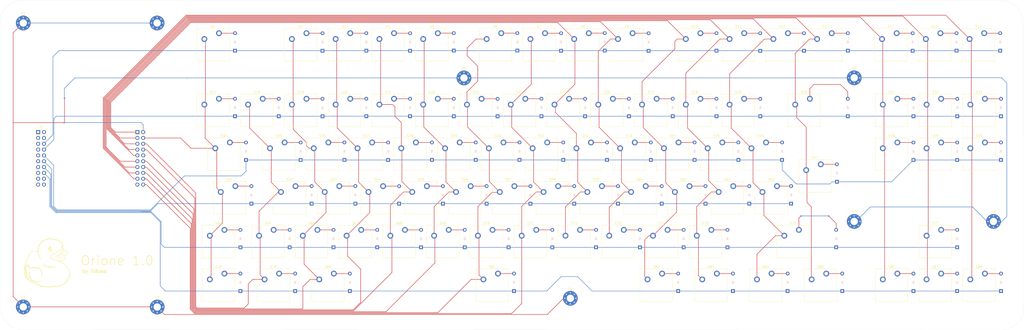
<source format=kicad_pcb>
(kicad_pcb (version 20240108) (generator "pcbnew") (generator_version "8.0")
  (layers (0 "F.Cu" signal) (31 "B.Cu" signal) (34 "B.Paste" user) (35 "F.Paste" user) (36 "B.SilkS" user "B.Silkscreen") (37 "F.SilkS" user "F.Silkscreen") (38 "B.Mask" user) (39 "F.Mask" user) (44 "Edge.Cuts" user))
  (net 0 "")
  (net 1 "Row 0")
  (net 2 "Net-(D1-A)")
  (net 3 "Net-(D2-A)")
  (net 4 "Net-(D3-A)")
  (net 5 "Net-(D4-A)")
  (net 6 "Net-(D5-A)")
  (net 7 "Net-(D6-A)")
  (net 8 "Net-(D7-A)")
  (net 9 "Net-(D8-A)")
  (net 10 "Net-(D9-A)")
  (net 11 "Net-(D10-A)")
  (net 12 "Net-(D11-A)")
  (net 13 "Net-(D12-A)")
  (net 14 "Net-(D13-A)")
  (net 15 "Net-(D14-A)")
  (net 16 "Net-(D15-A)")
  (net 17 "Net-(D16-A)")
  (net 18 "Row 1")
  (net 19 "Net-(D17-A)")
  (net 20 "Net-(D18-A)")
  (net 21 "Net-(D19-A)")
  (net 22 "Net-(D20-A)")
  (net 23 "Net-(D21-A)")
  (net 24 "Net-(D22-A)")
  (net 25 "Net-(D23-A)")
  (net 26 "Net-(D24-A)")
  (net 27 "Net-(D25-A)")
  (net 28 "Net-(D26-A)")
  (net 29 "Net-(D27-A)")
  (net 30 "Net-(D28-A)")
  (net 31 "Net-(D29-A)")
  (net 32 "Net-(D30-A)")
  (net 33 "Net-(D31-A)")
  (net 34 "Net-(D32-A)")
  (net 35 "Net-(D33-A)")
  (net 36 "Row 2")
  (net 37 "Net-(D34-A)")
  (net 38 "Net-(D35-A)")
  (net 39 "Net-(D36-A)")
  (net 40 "Net-(D37-A)")
  (net 41 "Net-(D38-A)")
  (net 42 "Net-(D39-A)")
  (net 43 "Net-(D40-A)")
  (net 44 "Net-(D41-A)")
  (net 45 "Net-(D42-A)")
  (net 46 "Net-(D43-A)")
  (net 47 "Net-(D44-A)")
  (net 48 "Net-(D45-A)")
  (net 49 "Net-(D46-A)")
  (net 50 "Net-(D47-A)")
  (net 51 "Net-(D48-A)")
  (net 52 "Net-(D49-A)")
  (net 53 "Net-(D50-A)")
  (net 54 "Net-(D51-A)")
  (net 55 "Row 3")
  (net 56 "Net-(D52-A)")
  (net 57 "Net-(D53-A)")
  (net 58 "Net-(D54-A)")
  (net 59 "Net-(D55-A)")
  (net 60 "Net-(D56-A)")
  (net 61 "Net-(D57-A)")
  (net 62 "Net-(D58-A)")
  (net 63 "Net-(D59-A)")
  (net 64 "Net-(D60-A)")
  (net 65 "Net-(D61-A)")
  (net 66 "Net-(D62-A)")
  (net 67 "Net-(D63-A)")
  (net 68 "Row 4")
  (net 69 "Net-(D64-A)")
  (net 70 "Net-(D65-A)")
  (net 71 "Net-(D66-A)")
  (net 72 "Net-(D67-A)")
  (net 73 "Net-(D68-A)")
  (net 74 "Net-(D69-A)")
  (net 75 "Net-(D70-A)")
  (net 76 "Net-(D71-A)")
  (net 77 "Net-(D72-A)")
  (net 78 "Net-(D73-A)")
  (net 79 "Net-(D74-A)")
  (net 80 "Net-(D75-A)")
  (net 81 "Net-(D76-A)")
  (net 82 "Net-(D77-A)")
  (net 83 "Row 5")
  (net 84 "Net-(D78-A)")
  (net 85 "Net-(D79-A)")
  (net 86 "Net-(D80-A)")
  (net 87 "Net-(D81-A)")
  (net 88 "Net-(D82-A)")
  (net 89 "Net-(D83-A)")
  (net 90 "Net-(D84-A)")
  (net 91 "Net-(D85-A)")
  (net 92 "Net-(D86-A)")
  (net 93 "Net-(D87-A)")
  (net 94 "Net-(D88-A)")
  (net 95 "Column 0")
  (net 96 "Column 2")
  (net 97 "Column 3")
  (net 98 "Column 4")
  (net 99 "Column 5")
  (net 100 "Column 6")
  (net 101 "Column 7")
  (net 102 "Column 8")
  (net 103 "Column 9")
  (net 104 "Column 10")
  (net 105 "Column 11")
  (net 106 "Column 12")
  (net 107 "Column 13")
  (net 108 "Column 14")
  (net 109 "Column 15")
  (net 110 "Column 16")
  (net 111 "Column 1")
  (net 124 "Net-(J2-Pin_2)")
  (footprint "ScottoKeebs_MX:MX_PCB_1.00u" (layer "F.Cu") (at 160.553748 183.535)
    (property "Reference" "S34")
    (property "Value" "Keyswitch")
  )
  (footprint "ScottoKeebs_MX:MX_PCB_1.00u" (layer "F.Cu") (at 297.713748 135.91)
    (property "Reference" "S7")
    (property "Value" "Keyswitch")
  )
  (footprint "ScottoKeebs_MX:MX_PCB_1.00u" (layer "F.Cu") (at 284.378748 202.585)
    (property "Reference" "S57")
    (property "Value" "Keyswitch")
  )
  (footprint "ScottoKeebs_MX:MX_PCB_1.00u" (layer "F.Cu") (at 316.763748 135.91)
    (property "Reference" "S8")
    (property "Value" "Keyswitch")
  )
  (footprint "ScottoKeebs_MX:MX_PCB_1.00u" (layer "F.Cu") (at 158.172498 221.635)
    (property "Reference" "S64")
    (property "Value" "Keyswitch")
  )
  (footprint "ScottoKeebs_MX:MX_PCB_1.00u" (layer "F.Cu") (at 398.678748 202.585)
    (property "Reference" "S63")
    (property "Value" "Keyswitch")
  )
  (footprint "ScottoKeebs_MX:MX_PCB_1.00u" (layer "F.Cu") (at 365.341248 135.91)
    (property "Reference" "S10")
    (property "Value" "Keyswitch")
  )
  (footprint "ScottoKeebs_MX:MX_PCB_1.00u" (layer "F.Cu") (at 208.178748 202.585)
    (property "Reference" "S53")
    (property "Value" "Keyswitch")
  )
  (footprint "ScottoKeebs_MX:MX_PCB_1.00u" (layer "F.Cu") (at 422.491248 135.91)
    (property "Reference" "S13")
    (property "Value" "Keyswitch")
  )
  (footprint "ScottoKeebs_MX:MX_PCB_1.00u" (layer "F.Cu") (at 277.235 240.685)
    (property "Reference" "S81")
    (property "Value" "Keyswitch")
  )
  (footprint "ScottoKeebs_MX:MX_PCB_1.00u" (layer "F.Cu") (at 181.984998 240.685)
    (property "Reference" "S79")
    (property "Value" "Keyswitch")
  )
  (footprint "ScottoKeebs_MX:MX_PCB_1.00u" (layer "F.Cu") (at 265.328748 202.585)
    (property "Reference" "S56")
    (property "Value" "Keyswitch")
  )
  (footprint "ScottoKeebs_MX:MX_PCB_1.00u" (layer "F.Cu") (at 155.791248 135.91)
    (property "Reference" "S1")
    (property "Value" "Keyswitch")
  )
  (footprint "ScottoKeebs_MX:MX_PCB_1.00u" (layer "F.Cu") (at 251.041248 164.485)
    (property "Reference" "S22")
    (property "Value" "Keyswitch")
  )
  (footprint "ScottoKeebs_MX:MX_PCB_1.00u" (layer "F.Cu") (at 393.916248 183.535)
    (property "Reference" "S46")
    (property "Value" "Keyswitch")
  )
  (footprint "ScottoKeebs_MX:MX_PCB_1.00u" (layer "F.Cu") (at 179.603748 221.635)
    (property "Reference" "S65")
    (property "Value" "Keyswitch")
  )
  (footprint "ScottoKeebs_MX:MX_PCB_1.00u" (layer "F.Cu") (at 193.891248 135.91)
    (property "Reference" "S2")
    (property "Value" "Keyswitch")
  )
  (footprint "ScottoKeebs_MX:MX_PCB_1.00u" (layer "F.Cu") (at 379.628748 202.585)
    (property "Reference" "S62")
    (property "Value" "Keyswitch")
  )
  (footprint "ScottoKeebs_MX:MX_PCB_1.00u" (layer "F.Cu") (at 322.478748 202.585)
    (property "Reference" "S59")
    (property "Value" "Keyswitch")
  )
  (footprint "MountingHole:MountingHole_3.2mm_M3_Pad_Via" (layer "F.Cu") (at 73.166279 250.134969)
    (property "Reference" "H2")
    (property "Value" "MountingHole_Pad")
  )
  (footprint "Connector_PinHeader_2.54mm:PinHeader_2x10_P2.54mm_Vertical" (layer "F.Cu") (at 122.826248 173.945)
    (property "Reference" "J2")
    (property "Value" "Conn_02x10_Odd_Even")
  )
  (footprint "ScottoKeebs_MX:MX_PCB_1.00u" (layer "F.Cu") (at 217.703748 221.635)
    (property "Reference" "S67")
    (property "Value" "Keyswitch")
  )
  (footprint "ScottoKeebs_MX:MX_PCB_1.00u" (layer "F.Cu") (at 360.578748 202.585)
    (property "Reference" "S61")
    (property "Value" "Keyswitch")
  )
  (footprint "ScottoKeebs_MX:MX_PCB_1.00u" (layer "F.Cu") (at 403.441248 135.91)
    (property "Reference" "S12")
    (property "Value" "Keyswitch")
  )
  (footprint "MountingHole:MountingHole_3.2mm_M3_Pad_Via" (layer "F.Cu") (at 495.416248 212.885)
    (property "Reference" "H8")
    (property "Value" "MountingHole_Pad")
  )
  (footprint "ScottoKeebs_MX:MX_PCB_1.00u" (layer "F.Cu") (at 420.109998 240.685)
    (property "Reference" "S85")
    (property "Value" "Keyswitch")
  )
  (footprint "ScottoKeebs_MX:MX_PCB_1.00u" (layer "F.Cu") (at 231.991248 164.485)
    (property "Reference" "S21")
    (property "Value" "Keyswitch")
  )
  (footprint "MountingHole:MountingHole_3.2mm_M3_Pad_Via" (layer "F.Cu") (at 131.466248 250.185)
    (property "Reference" "H3")
    (property "Value" "MountingHole_Pad")
  )
  (footprint "ScottoKeebs_MX:MX_PCB_1.00u" (layer "F.Cu") (at 470.11625 183.535)
    (property "Reference" "S49")
    (property "Value" "Keyswitch")
  )
  (footprint "ScottoKeebs_MX:MX_PCB_1.00u" (layer "F.Cu") (at 346.291248 164.485)
    (property "Reference" "S27")
    (property "Value" "Keyswitch")
  )
  (footprint "Connector_PinHeader_2.54mm:PinHeader_2x10_P2.54mm_Vertical" (layer "F.Cu") (at 79.646248 173.945)
    (property "Reference" "J1")
    (property "Value" "Conn_02x10_Odd_Even")
  )
  (footprint "ScottoKeebs_MX:MX_PCB_1.00u" (layer "F.Cu") (at 396.297498 240.685)
    (property "Reference" "S84")
    (property "Value" "Keyswitch")
  )
  (footprint "ScottoKeebs_MX:MX_PCB_1.00u" (layer "F.Cu") (at 255.803748 221.635)
    (property "Reference" "S69")
    (property "Value" "Keyswitch")
  )
  (footprint "ScottoKeebs_MX:MX_PCB_1.00u" (layer "F.Cu") (at 365.341248 164.485)
    (property "Reference" "S28")
    (property "Value" "Keyswitch")
  )
  (footprint "ScottoKeebs_MX:MX_PCB_1.00u" (layer "F.Cu") (at 327.241248 164.485)
    (property "Reference" "S26")
    (property "Value" "Keyswitch")
  )
  (footprint "MountingHole:MountingHole_3.2mm_M3_Pad_Via" (layer "F.Cu") (at 311.266248 246.385)
    (property "Reference" "H6")
    (property "Value" "MountingHole_Pad")
  )
  (footprint "ScottoKeebs_MX:MX_PCB_1.00u" (layer "F.Cu") (at 469.798748 135.91)
    (property "Reference" "S15")
    (property "Value" "Keyswitch")
  )
  (footprint "ScottoKeebs_MX:MX_PCB_1.00u" (layer "F.Cu") (at 184.366248 183.535)
    (property "Reference" "S35")
    (property "Value" "Keyswitch")
  )
  (footprint "MountingHole:MountingHole_3.2mm_M3_Pad_Via" (layer "F.Cu") (at 264.966248 150.335)
    (property "Reference" "H5")
    (property "Value" "MountingHole_Pad")
  )
  (footprint "ScottoKeebs_MX:MX_PCB_1.00u" (layer "F.Cu") (at 174.841248 164.485)
    (property "Reference" "S18")
    (property "Value" "Keyswitch")
  )
  (footprint "ScottoKeebs_MX:MX_PCB_1.00u" (layer "F.Cu") (at 417.728748 193.06)
    (property "Reference" "S47")
    (property "Value" "Keyswitch")
  )
  (footprint "ScottoKeebs_MX:MX_PCB_1.00u" (layer "F.Cu") (at 489.16625 240.685)
    (property "Reference" "S88")
    (property "Value" "Keyswitch")
  )
  (footprint "ScottoKeebs_MX:MX_PCB_1.00u" (layer "F.Cu") (at 205.797498 240.685)
    (property "Reference" "S80")
    (property "Value" "Keyswitch")
  )
  (footprint "ScottoKeebs_MX:MX_PCB_1.00u" (layer "F.Cu") (at 231.991248 135.91)
    (property "Reference" "S4")
    (property "Value" "Keyswitch")
  )
  (footprint "ScottoKeebs_MX:MX_PCB_1.00u" (layer "F.Cu") (at 274.853748 221.635)
    (property "Reference" "S70")
    (property "Value" "Keyswitch")
  )
  (footprint "ScottoKeebs_MX:MX_PCB_1.00u" (layer "F.Cu") (at 317.716248 183.535)
    (property "Reference" "S42")
    (property "Value" "Keyswitch")
  )
  (footprint "ScottoKeebs_MX:MX_PCB_1.00u" (layer "F.Cu") (at 451.06625 183.535)
    (property "Reference" "S48")
    (property "Value" "Keyswitch")
  )
  (footprint "ScottoKeebs_MX:MX_PCB_1.00u" (layer "F.Cu") (at 308.191248 164.485)
    (property "Reference" "S25")
    (property "Value" "Keyswitch")
  )
  (footprint "ScottoKeebs_MX:MX_PCB_1.00u" (layer "F.Cu") (at 332.003748 221.635)
    (property "Reference" "S73")
    (property "Value" "Keyswitch")
  )
  (footprint "ScottoKeebs_MX:MX_PCB_1.00u" (layer "F.Cu") (at 470.11625 240.685)
    (property "Reference" "S87")
    (property "Value" "Keyswitch")
  )
  (footprint "ScottoKeebs_MX:MX_PCB_1.00u" (layer "F.Cu") (at 374.866248 183.535)
    (property "Reference" "S45")
    (property "Value" "Keyswitch")
  )
  (footprint "ScottoKeebs_MX:MX_PCB_1.00u" (layer "F.Cu") (at 470.11625 164.485)
    (property "Reference" "S32")
    (property "Value" "Keyswitch")
  )
  (footprint "ScottoKeebs_MX:MX_PCB_1.00u" (layer "F.Cu") (at 260.566248 183.535)
    (property "Reference" "S39")
    (property "Value" "Keyswitch")
  )
  (footprint "ScottoKeebs_MX:MX_PCB_1.00u" (layer "F.Cu") (at 348.672498 240.685)
    (property "Reference" "S82")
    (property "Value" "Keyswitch")
  )
  (footprint "ScottoKeebs_MX:MX_PCB_1.00u" (layer "F.Cu") (at 222.466248 183.535)
    (property "Reference" "S37")
    (property "Value" "Keyswitch")
  )
  (footprint "ScottoKeebs_Stabilizer:Stabilizer_MX_6.25u" (layer "F.Cu") (at 277.235 240.685)
    (property "Reference" "REF**" (hide yes))
    (property "Value" "Stabilizer_MX_6.25u")
  )
  (footprint "ScottoKeebs_MX:MX_PCB_1.00u" (layer "F.Cu") (at 193.891248 164.485)
    (property "Reference" "S19")
    (property "Value" "Keyswitch")
  )
  (footprint "ScottoKeebs_MX:MX_PCB_1.00u" (layer "F.Cu") (at 384.391248 135.91)
    (property "Reference" "S11")
    (property "Value" "Keyswitch")
  )
  (footprint "ScottoKeebs_MX:MX_PCB_1.00u" (layer "F.Cu") (at 488.848748 135.91)
    (property "Reference" "S16")
    (property "Value" "Keyswitch")
  )
  (footprint "ScottoKeebs_MX:MX_PCB_1.00u" (layer "F.Cu") (at 298.666248 183.535)
    (property "Reference" "S41")
    (property "Value" "Keyswitch")
  )
  (footprint "ScottoKeebs_MX:MX_PCB_1.00u" (layer "F.Cu") (at 451.06625 240.685)
    (property "Reference" "S86")
    (property "Value" "Keyswitch")
  )
  (footprint "ScottoKeebs_MX:MX_PCB_1.00u" (layer "F.Cu") (at 293.903748 221.635)
    (property "Reference" "S71")
    (property "Value" "Keyswitch")
  )
  (footprint "ScottoKeebs_Stabilizer:Stabilizer_MX_2.00u" (layer "F.Cu") (at 408.203748 221.635)
    (property "Reference" "REF**" (hide yes))
    (property "Value" "Stabilizer_MX_2.00u")
  )
  (footprint "ScottoKeebs_MX:MX_PCB_1.00u" (layer "F.Cu") (at 412.966248 164.485)
    (property "Reference" "S30")
    (property "Value" "Keyswitch")
  )
  (footprint "ScottoKeebs_MX:MX_PCB_1.00u" (layer "F.Cu") (at 312.953748 221.635)
    (property "Reference" "S72")
    (property "Value" "Keyswitch")
  )
  (footprint "ScottoKeebs_MX:MX_PCB_1.00u" (layer "F.Cu") (at 270.091248 164.485)
    (property "Reference" "S23")
    (property "Value" "Keyswitch")
  )
  (footprint "ScottoKeebs_MX:MX_PCB_1.00u" (layer "F.Cu") (at 489.16625 183.535)
    (property "Reference" "S50")
    (property "Value" "Keyswitch")
  )
  (footprint "ScottoKeebs_MX:MX_PCB_1.00u" (layer "F.Cu") (at 370.103748 221.635)
    (property "Reference" "S75")
    (property "Value" "Keyswitch")
  )
  (footprint "ScottoKeebs_MX:MX_PCB_1.00u" (layer "F.Cu") (at 335.813748 135.91)
    (property "Reference" "S9")
    (property "Value" "Keyswitch")
  )
  (footprint "ScottoKeebs_MX:MX_PCB_1.00u" (layer "F.Cu") (at 351.053748 221.635)
    (property "Reference" "S74")
    (property "Value" "Keyswitch")
  )
  (footprint "ScottoKeebs_MX:MX_PCB_1.00u" (layer "F.Cu") (at 289.141248 164.485)
    (property "Reference" "S24")
    (property "Value" "Keyswitch")
  )
  (footprint "ScottoKeebs_MX:MX_PCB_1.00u" (layer "F.Cu") (at 212.941248 164.485)
    (property "Reference" "S20")
    (property "Value" "Keyswitch")
  )
  (footprint "ScottoKeebs_MX:MX_PCB_1.00u" (layer "F.Cu") (at 341.528748 202.585)
    (property "Reference" "S60")
    (property "Value" "Keyswitch")
  )
  (footprint "ScottoKeebs_MX:MX_PCB_1.00u" (layer "F.Cu") (at 336.766248 183.535)
    (property "Reference" "S43")
    (property "Value" "Keyswitch")
  )
  (footprint "ScottoKeebs_MX:MX_PCB_1.00u" (layer "F.Cu") (at 241.516248 183.535)
    (property "Reference" "S38")
    (property "Value" "Keyswitch")
  )
  (footprint "ScottoKeebs_MX:MX_PCB_1.00u" (layer "F.Cu") (at 198.653748 221.635)
    (property "Reference" "S66")
    (property "Value" "Keyswitch")
  )
  (footprint "MountingHole:MountingHole_3.2mm_M3_Pad_Via" (layer "F.Cu") (at 434.816248 150.285)
    (property "Reference" "H9")
    (property "Value" "MountingHole_Pad")
  )
  (footprint "ScottoKeebs_MX:MX_PCB_1.00u" (layer "F.Cu") (at 162.934998 202.585)
    (property "Reference" "S51")
    (property "Value" "Keyswitch")
  )
  (footprint "MountingHole:MountingHole_3.2mm_M3_Pad_Via" (layer "F.Cu") (at 131.416248 126.385)
    (property "Reference" "H4")
    (property "Value" "MountingHole_Pad" (hide yes))
  )
  (footprint "MountingHole:MountingHole_3.2mm_M3_Pad_Via" (layer "F.Cu") (at 434.816248 212.885)
    (property "Reference" "H7")
    (property "Value" "MountingHole_Pad")
  )
  (footprint "ScottoKeebs_MX:MX_PCB_1.00u" (layer "F.Cu") (at 212.941248 135.91)
    (property "Reference" "S3")
    (property "Value" "Keyswitch")
  )
  (footprint "ScottoKeebs_MX:MX_PCB_1.00u" (layer "F.Cu") (at 155.791248 164.485)
    (property "Reference" "S17")
    (property "Value" "Keyswitch")
  )
  (footprint "ScottoKeebs_MX:MX_PCB_1.00u" (layer "F.Cu") (at 158.172498 240.685)
    (property "Reference" "S78")
    (property "Value" "Keyswitch")
  )
  (footprint "ScottoKeebs_MX:MX_PCB_1.00u" (layer "F.Cu") (at 278.663748 135.91)
    (property "Reference" "S6")
    (property "Value" "Keyswitch")
  )
  (footprint "ScottoKeebs_Stabilizer:Stabilizer_MX_2.00u" (layer "F.Cu") (at 412.966248 164.485)
    (property "Reference" "REF**" (hide yes))
    (property "Value" "Stabilizer_MX_2.00u")
  )
  (footprint "ScottoKeebs_MX:MX_PCB_1.00u" (layer "F.Cu") (at 251.041248 135.91)
    (property "Reference" "S5")
    (property "Value" "Keyswitch")
  )
  (footprint "ScottoKeebs_MX:MX_PCB_1.00u" (layer "F.Cu") (at 450.748748 135.91)
    (property "Reference" "S14")
    (property "Value" "Keyswitch")
  )
  (footprint "ScottoKeebs_MX:MX_PCB_1.00u" (layer "F.Cu") (at 451.06625 164.485)
    (property "Reference" "S31")
    (property "Value" "Keyswitch")
  )
  (footprint "ScottoKeebs_MX:MX_PCB_1.00u" (layer "F.Cu") (at 489.16625 164.485)
    (property "Reference" "S33")
    (property "Value" "Keyswitch")
  )
  (footprint "ScottoKeebs_MX:MX_PCB_1.00u" (layer "F.Cu") (at 203.416248 183.535)
    (property "Reference" "S36")
    (property "Value" "Keyswitch")
  )
  (footprint "ScottoKeebs_MX:MX_PCB_1.00u" (layer "F.Cu") (at 372.484998 240.685)
    (property "Reference" "S83")
    (property "Value" "Keyswitch")
  )
  (footprint "ScottoKeebs_MX:MX_PCB_1.00u" (layer "F.Cu") (at 227.228748 202.585)
    (property "Reference" "S54")
    (property "Value" "Keyswitch")
  )
  (footprint "ScottoKeebs_MX:MX_PCB_1.00u" (layer "F.Cu") (at 408.203748 221.635)
    (property "Reference" "S76")
    (property "Value" "Keyswitch")
  )
  (footprint "ScottoKeebs_MX:MX_PCB_1.00u" (layer "F.Cu") (at 303.428748 202.585)
    (property "Reference" "S58")
    (property "Value" "Keyswitch")
  )
  (footprint "ScottoKeebs_MX:MX_PCB_1.00u" (layer "F.Cu") (at 279.616248 183.535)
    (property "Reference" "S40")
    (property "Value" "Keyswitch")
  )
  (footprint "ScottoKeebs_MX:MX_PCB_1.00u" (layer "F.Cu") (at 470.11625 221.635)
    (property "Reference" "S77")
    (property "Value" "Keyswitch")
  )
  (footprint "ScottoKeebs_MX:MX_PCB_1.00u" (layer "F.Cu") (at 384.391248 164.485)
    (property "Reference" "S29")
    (property "Value" "Keyswitch")
  )
  (footprint "duck:duck" (layer "F.Cu") (at 83.516248 230.935)
    (property "Reference" "G***" (hide yes))
    (property "Value" "LOGO" (hide yes))
  )
  (footprint "MountingHole:MountingHole_3.2mm_M3_Pad_Via" (layer "F.Cu") (at 73.166248 126.385)
    (property "Reference" "H1")
    (property "Value" "MountingHole_Pad")
  )
  (footprint "ScottoKeebs_Stabilizer:Stabilizer_MX_2.00u" (layer "F.Cu") (at 417.728748 193.06 90)
    (property "Reference" "REF**" (hide yes))
    (property "Value" "Stabilizer_MX_2.00u")
  )
  (footprint "ScottoKeebs_MX:MX_PCB_1.00u" (layer "F.Cu") (at 189.128748 202.585)
    (property "Reference" "S52")
    (property "Value" "Keyswitch")
  )
  (footprint "ScottoKeebs_MX:MX_PCB_1.00u" (layer "F.Cu") (at 355.816248 183.535)
    (property "Reference" "S44")
    (property "Value" "Keyswitch")
  )
  (footprint "ScottoKeebs_MX:MX_PCB_1.00u" (layer "F.Cu") (at 246.278748 202.585)
    (property "Reference" "S55")
    (property "Value" "Keyswitch")
  )
  (footprint "ScottoKeebs_MX:MX_PCB_1.00u" (layer "F.Cu") (at 236.753748 221.635)
    (property "Reference" "S68")
    (property "Value" "Keyswitch")
  )
  (footprint "ScottoKeebs_Components:Diode_DO-35" (layer "B.Cu") (at 379.64125 224.17 90)
    (property "Reference" "D75" (hide yes))
    (property "Value" "Diode" (hide yes))
  )
  (footprint "ScottoKeebs_Components:Diode_DO-35" (layer "B.Cu") (at 191.51625 243.22 90)
    (property "Reference" "D79" (hide yes))
    (property "Value" "Diode" (hide yes))
  )
  (footprint "ScottoKeebs_Components:Diode_DO-35" (layer "B.Cu") (at 374.86625 167.02 90)
    (property "Reference" "D28" (hide yes))
    (property "Value" "Diode" (hide yes))
  )
  (footprint "ScottoKeebs_Components:Diode_DO-35" (layer "B.Cu") (at 412.94125 138.47 90)
    (property "Reference" "D12" (hide yes))
    (property "Value" "Diode" (hide yes))
  )
  (footprint "ScottoKeebs_Components:Diode_DO-35" (layer "B.Cu") (at 327.24125 186.07 90)
    (property "Reference" "D42" (hide yes))
    (property "Value" "Diode" (hide yes))
  )
  (footprint "ScottoKeebs_Components:Diode_DO-35" (layer "B.Cu") (at 236.76625 205.12 90)
    (property "Reference" "D54" (hide yes))
    (property "Value" "Diode" (hide yes))
  )
  (footprint "ScottoKeebs_Components:Diode_DO-35" (layer "B.Cu") (at 215.29125 243.22 90)
    (property "Reference" "D80" (hide yes))
    (property "Value" "Diode" (hide yes))
  )
  (footprint "ScottoKeebs_Components:Diode_DO-35" (layer "B.Cu") (at 429.61625 243.22 90)
    (property "Reference" "D85" (hide yes))
    (property "Value" "Diode" (hide yes))
  )
  (footprint "ScottoKeebs_Components:Diode_DO-35" (layer "B.Cu") (at 460.26625 138.47 90)
    (property "Reference" "D14" (hide yes))
    (property "Value" "Diode" (hide yes))
  )
  (footprint "ScottoKeebs_Components:Diode_DO-35" (layer "B.Cu") (at 370.09125 205.12 90)
    (property "Reference" "D61" (hide yes))
    (property "Value" "Diode" (hide yes))
  )
  (footprint "ScottoKeebs_Components:Diode_DO-35" (layer "B.Cu") (at 208.19125 224.17 90)
    (property "Reference" "D66" (hide yes))
    (property "Value" "Diode" (hide yes))
  )
  (footprint "ScottoKeebs_Components:Diode_DO-35" (layer "B.Cu") (at 355.84125 167.02 90)
    (property "Reference" "D27" (hide yes))
    (property "Value" "Diode" (hide yes))
  )
  (footprint "ScottoKeebs_Components:Diode_DO-35" (layer "B.Cu") (at 432.04125 138.445 90)
    (property "Reference" "D13" (hide yes))
    (property "Value" "Diode" (hide yes))
  )
  (footprint "ScottoKeebs_Components:Diode_DO-35" (layer "B.Cu") (at 393.91625 138.485 90)
    (property "Reference" "D11" (hide yes))
    (property "Value" "Diode" (hide yes))
  )
  (footprint "ScottoKeebs_Components:Diode_DO-35" (layer "B.Cu") (at 336.76625 167.045 90)
    (property "Reference" "D26" (hide yes))
    (property "Value" "Diode" (hide yes))
  )
  (footprint "ScottoKeebs_Components:Diode_DO-35" (layer "B.Cu") (at 170.09125 186.095 90)
    (property "Reference" "D34" (hide yes))
    (property "Value" "Diode" (hide yes))
  )
  (footprint "ScottoKeebs_Components:Diode_DO-35" (layer "B.Cu") (at 172.46625 205.12 90)
    (property "Reference" "D51" (hide yes))
    (property "Value" "Diode" (hide yes))
  )
  (footprint "ScottoKeebs_Components:Diode_DO-35" (layer "B.Cu") (at 384.39125 186.07 90)
    (property "Reference" "D45" (hide yes))
    (property "Value" "Diode" (hide yes))
  )
  (footprint "ScottoKeebs_Components:Diode_DO-35" (layer "B.Cu") (at 498.71625 243.22 90)
    (property "Reference" "D88" (hide yes))
    (property "Value" "Diode" (hide yes))
  )
  (footprint "ScottoKeebs_Components:Diode_DO-35" (layer "B.Cu") (at 312.96625 205.12 90)
    (property "Reference" "D58" (hide yes))
    (property "Value" "Diode" (hide yes))
  )
  (footprint "ScottoKeebs_Components:Diode_DO-35" (layer "B.Cu") (at 222.46625 167.02 90)
    (property "Reference" "D20" (hide yes))
    (property "Value" "Diode" (hide yes))
  )
  (footprint "ScottoKeebs_Components:Diode_DO-35" (layer "B.Cu") (at 184.36625 167.045 90)
    (property "Reference" "D18" (hide yes))
    (property "Value" "Diode" (hide yes))
  )
  (footprint "ScottoKeebs_Components:Diode_DO-35" (layer "B.Cu") (at 403.44125 186.07 90)
    (property "Reference" "D46" (hide yes))
    (property "Value" "Diode" (hide yes))
  )
  (footprint "ScottoKeebs_Components:Diode_DO-35" (layer "B.Cu") (at 165.31625 138.445 90)
    (property "Reference" "D1" (hide yes))
    (property "Value" "Diode" (hide yes))
  )
  (footprint "ScottoKeebs_Components:Diode_DO-35" (layer "B.Cu") (at 479.64125 186.095 90)
    (property "Reference" "D49" (hide yes))
    (property "Value" "Diode" (hide yes))
  )
  (footprint "ScottoKeebs_Components:Diode_DO-35" (layer "B.Cu") (at 358.21625 243.22 90)
    (property "Reference" "D82" (hide yes))
    (property "Value" "Diode" (hide yes))
  )
  (footprint "ScottoKeebs_Components:Diode_DO-35" (layer "B.Cu") (at 405.84125 243.22 90)
    (property "Reference" "D84" (hide yes))
    (property "Value" "Diode" (hide yes))
  )
  (footprint "ScottoKeebs_Components:Diode_DO-35" (layer "B.Cu") (at 365.34125 186.07 90)
    (property "Reference" "D44" (hide yes))
    (property "Value" "Diode" (hide yes))
  )
  (footprint "ScottoKeebs_Components:Diode_DO-35" (layer "B.Cu") (at 479.64125 224.17 90)
    (property "Reference" "D77" (hide yes))
    (property "Value" "Diode" (hide yes))
  )
  (footprint "ScottoKeebs_Components:Diode_DO-35" (layer "B.Cu") (at 212.94125 186.07 90)
    (property "Reference" "D36" (hide yes))
    (property "Value" "Diode" (hide yes))
  )
  (footprint "ScottoKeebs_Components:Diode_DO-35" (layer "B.Cu") (at 284.39125 224.17 90)
    (property "Reference" "D70" (hide yes))
    (property "Value" "Diode" (hide yes))
  )
  (footprint "ScottoKeebs_Components:Diode_DO-35" (layer "B.Cu") (at 346.29125 186.07 90)
    (property "Reference" "D43" (hide yes))
    (property "Value" "Diode" (hide yes))
  )
  (footprint "ScottoKeebs_Components:Diode_DO-35" (layer "B.Cu") (at 189.11625 224.17 90)
    (property "Reference" "D65" (hide yes))
    (property "Value" "Diode" (hide yes))
  )
  (footprint "ScottoKeebs_Components:Diode_DO-35" (layer "B.Cu") (at 389.14125 205.12 90)
    (property "Reference" "D62" (hide yes))
    (property "Value" "Diode" (hide yes))
  )
  (footprint "ScottoKeebs_Components:Diode_DO-35" (layer "B.Cu") (at 222.466248 138.445 90)
    (property "Reference" "D3" (hide yes))
    (property "Value" "Diode" (hide yes))
  )
  (footprint "ScottoKeebs_Components:Diode_DO-35" (layer "B.Cu") (at 298.66625 166.995 90)
    (property "Reference" "D24" (hide yes))
    (property "Value" "Diode" (hide yes))
  )
  (footprint "ScottoKeebs_Components:Diode_DO-35" (layer "B.Cu") (at 203.41625 167.045 90)
    (property "Reference" "D19" (hide yes))
    (property "Value" "Diode" (hide yes))
  )
  (footprint "ScottoKeebs_Components:Diode_DO-35" (layer "B.Cu") (at 251.04125 186.07 90)
    (property "Reference" "D38" (hide yes))
    (property "Value" "Diode" (hide yes))
  )
  (footprint "ScottoKeebs_Components:Diode_DO-35" (layer "B.Cu") (at 407.341248 205.095 90)
    (property "Reference" "D63" (hide yes))
    (property "Value" "Diode" (hide yes))
  )
  (footprint "ScottoKeebs_Components:Diode_DO-35" (layer "B.Cu") (at 460.59125 167.02 90)
    (property "Reference" "D31" (hide yes))
    (property "Value" "Diode" (hide yes))
  )
  (footprint "ScottoKeebs_Components:Diode_DO-35" (layer "B.Cu") (at 326.241248 138.42 90)
    (property "Reference" "D8" (hide yes))
    (property "Value" "Diode" (hide yes))
  )
  (footprint "ScottoKeebs_Components:Diode_DO-35" (layer "B.Cu") (at 345.341248 138.495 90)
    (property "Reference" "D9" (hide yes))
    (property "Value" "Diode" (hide yes))
  )
  (footprint "ScottoKeebs_Components:Diode_DO-35" (layer "B.Cu") (at 432.016248 167.02 90)
    (property "Reference" "D30" (hide yes))
    (property "Value" "Diode" (hide yes))
  )
  (footprint "ScottoKeebs_Components:Diode_DO-35" (layer "B.Cu") (at 260.54125 167.045 90)
    (property "Reference" "D22" (hide yes))
    (property "Value" "Diode" (hide yes))
  )
  (footprint "ScottoKeebs_Components:Diode_DO-35" (layer "B.Cu") (at 167.66625 243.22 90)
    (property "Reference" "D78" (hide yes))
    (property "Value" "Diode" (hide yes))
  )
  (footprint "ScottoKeebs_Components:Diode_DO-35" (layer "B.Cu") (at 293.89125 205.145 90)
    (property "Reference" "D57" (hide yes))
    (property "Value" "Diode" (hide yes))
  )
  (footprint "ScottoKeebs_Components:Diode_DO-35" (layer "B.Cu") (at 241.541248 138.47 90)
    (property "Reference" "D4" (hide yes))
    (property "Value" "Diode" (hide yes))
  )
  (footprint "ScottoKeebs_Components:Diode_DO-35" (layer "B.Cu") (at 198.66625 205.12 90)
    (property "Reference" "D52" (hide yes))
    (property "Value" "Diode" (hide yes))
  )
  (footprint "ScottoKeebs_Components:Diode_DO-35" (layer "B.Cu") (at 279.61625 167.07 90)
    (property "Reference" "D23" (hide yes))
    (property "Value" "Diode" (hide yes))
  )
  (footprint "ScottoKeebs_Components:Diode_DO-35" (layer "B.Cu") (at 286.76625 243.22 90)
    (property "Reference" "D81" (hide yes))
    (property "Value" "Diode" (hide yes))
  )
  (footprint "ScottoKeebs_Components:Diode_DO-35" (layer "B.Cu") (at 460.59125 186.095 90)
    (property "Reference" "D48" (hide yes))
    (property "Value" "Diode" (hide yes))
  )
  (footprint "ScottoKeebs_Components:Diode_DO-35" (layer "B.Cu") (at 227.21625 224.17 90)
    (property "Reference" "D67" (hide yes))
    (property "Value" "Diode" (hide yes))
  )
  (footprint "ScottoKeebs_Components:Diode_DO-35" (layer "B.Cu") (at 341.54125 224.17 90)
    (property "Reference" "D73" (hide yes))
    (property "Value" "Diode" (hide yes))
  )
  (footprint "ScottoKeebs_Components:Diode_DO-35" (layer "B.Cu") (at 374.86625 138.445 90)
    (property "Reference" "D10" (hide yes))
    (property "Value" "Diode" (hide yes))
  )
  (footprint "ScottoKeebs_Components:Diode_DO-35" (layer "B.Cu") (at 255.81625 205.12 90)
    (property "Reference" "D55" (hide yes))
    (property "Value" "Diode" (hide yes))
  )
  (footprint "ScottoKeebs_Components:Diode_DO-35" (layer "B.Cu") (at 322.46625 224.17 90)
    (property "Reference" "D72" (hide yes))
    (property "Value" "Diode" (hide yes))
  )
  (footprint "ScottoKeebs_Components:Diode_DO-35" (layer "B.Cu") (at 265.31625 224.17 90)
    (property "Reference" "D69" (hide yes))
    (property "Value" "Diode" (hide yes))
  )
  (footprint "ScottoKeebs_Components:Diode_DO-35" (layer "B.Cu") (at 479.61625 243.22 90)
    (property "Reference" "D87" (hide yes))
    (property "Value" "Diode" (hide yes))
  )
  (footprint "ScottoKeebs_Components:Diode_DO-35" (layer "B.Cu") (at 498.69125 186.07 90)
    (property "Reference" "D50" (hide yes))
    (property "Value" "Diode" (hide yes))
  )
  (footprint "ScottoKeebs_Components:Diode_DO-35" (layer "B.Cu") (at 260.541248 138.42 90)
    (property "Reference" "D5" (hide yes))
    (property "Value" "Diode" (hide yes))
  )
  (footprint "ScottoKeebs_Components:Diode_DO-35" (layer "B.Cu") (at 231.99125 186.095 90)
    (property "Reference" "D37" (hide yes))
    (property "Value" "Diode" (hide yes))
  )
  (footprint "ScottoKeebs_Components:Diode_DO-35" (layer "B.Cu") (at 270.09125 186.07 90)
    (property "Reference" "D39" (hide yes))
    (property "Value" "Diode" (hide yes))
  )
  (footprint "ScottoKeebs_Components:Diode_DO-35" (layer "B.Cu") (at 360.59125 224.17 90)
    (property "Reference" "D74" (hide yes))
    (property "Value" "Diode" (hide yes))
  )
  (footprint "ScottoKeebs_Components:Diode_DO-35" (layer "B.Cu") (at 426.966248 224.17 90)
    (property "Reference" "D76" (hide yes))
    (property "Value" "Diode" (hide yes))
  )
  (footprint "ScottoKeebs_Components:Diode_DO-35" (layer "B.Cu") (at 217.69125 205.095 90)
    (property "Reference" "D53" (hide yes))
    (property "Value" "Diode" (hide yes))
  )
  (footprint "ScottoKeebs_Components:Diode_DO-35" (layer "B.Cu") (at 498.71625 167.045 90)
    (property "Reference" "D33" (hide yes))
    (property "Value" "Diode" (hide yes))
  )
  (footprint "ScottoKeebs_Components:Diode_DO-35" (layer "B.Cu") (at 332.01625 205.12 90)
    (property "Reference" "D59" (hide yes))
    (property "Value" "Diode" (hide yes))
  )
  (footprint "ScottoKeebs_Components:Diode_DO-35" (layer "B.Cu") (at 479.66625 167.045 90)
    (property "Reference" "D32" (hide yes))
    (property "Value" "Diode" (hide yes))
  )
  (footprint "ScottoKeebs_Components:Diode_DO-35" (layer "B.Cu") (at 193.89125 186.095 90)
    (property "Reference" "D35" (hide yes))
    (property "Value" "Diode" (hide yes))
  )
  (footprint "ScottoKeebs_Components:Diode_DO-35" (layer "B.Cu") (at 317.69125 167.045 90)
    (property "Reference" "D25" (hide yes))
    (property "Value" "Diode" (hide yes))
  )
  (footprint "ScottoKeebs_Components:Diode_DO-35" (layer "B.Cu") (at 274.84125 205.12 90)
    (property "Reference" "D56" (hide yes))
    (property "Value" "Diode" (hide yes))
  )
  (footprint "ScottoKeebs_Components:Diode_DO-35" (layer "B.Cu") (at 303.41625 224.17 90)
    (property "Reference" "D71" (hide yes))
    (property "Value" "Diode" (hide yes))
  )
  (footprint "ScottoKeebs_Components:Diode_DO-35" (layer "B.Cu") (at 460.59125 243.22 90)
    (property "Reference" "D86" (hide yes))
    (property "Value" "Diode" (hide yes))
  )
  (footprint "ScottoKeebs_Components:Diode_DO-35" (layer "B.Cu") (at 427.26625 195.595 90)
    (property "Reference" "D47" (hide yes))
    (property "Value" "Diode" (hide yes))
  )
  (footprint "ScottoKeebs_Components:Diode_DO-35" (layer "B.Cu") (at 479.34125 138.445 90)
    (property "Reference" "D15" (hide yes))
    (property "Value" "Diode" (hide yes))
  )
  (footprint "ScottoKeebs_Components:Diode_DO-35" (layer "B.Cu") (at 308.19125 186.07 90)
    (property "Reference" "D41" (hide yes))
    (property "Value" "Diode" (hide yes))
  )
  (footprint "ScottoKeebs_Components:Diode_DO-35" (layer "B.Cu") (at 393.94125 167.045 90)
    (property "Reference" "D29" (hide yes))
    (property "Value" "Diode" (hide yes))
  )
  (footprint "ScottoKeebs_Components:Diode_DO-35" (layer "B.Cu") (at 167.69125 224.17 90)
    (property "Reference" "D64" (hide yes))
    (property "Value" "Diode" (hide yes))
  )
  (footprint "ScottoKeebs_Components:Diode_DO-35" (layer "B.Cu") (at 382.01625 243.22 90)
    (property "Reference" "D83" (hide yes))
    (property "Value" "Diode" (hide yes))
  )
  (footprint "ScottoKeebs_Components:Diode_DO-35" (layer "B.Cu") (at 289.14125 186.07 90)
    (property "Reference" "D40" (hide yes))
    (property "Value" "Diode" (hide yes))
  )
  (footprint "ScottoKeebs_Components:Diode_DO-35" (layer "B.Cu") (at 307.241248 138.47 90)
    (property "Reference" "D7" (hide yes))
    (property "Value" "Diode" (hide yes))
  )
  (footprint "ScottoKeebs_Components:Diode_DO-35" (layer "B.Cu") (at 288.191248 138.42 90)
    (property "Reference" "D6" (hide yes))
    (property "Value" "Diode" (hide yes))
  )
  (footprint "ScottoKeebs_Components:Diode_DO-35" (layer "B.Cu") (at 246.29125 224.17 90)
    (property "Reference" "D68" (hide yes))
    (property "Value" "Diode" (hide yes))
  )
  (footprint "ScottoKeebs_Components:Diode_DO-35" (layer "B.Cu") (at 351.04125 205.12 90)
    (property "Reference" "D60" (hide yes))
    (property "Value" "Diode" (hide yes))
  )
  (footprint "ScottoKeebs_Components:Diode_DO-35" (layer "B.Cu") (at 165.31625 167.02 90)
    (property "Reference" "D17" (hide yes))
    (property "Value" "Diode" (hide yes))
  )
  (footprint "ScottoKeebs_Components:Diode_DO-35" (layer "B.Cu") (at 498.36625 138.445 90)
    (property "Reference" "D16" (hide yes))
    (property "Value" "Diode" (hide yes))
  )
  (footprint "ScottoKeebs_Components:Diode_DO-35" (layer "B.Cu") (at 203.416248 138.47 90)
    (property "Reference" "D2" (hide yes))
    (property "Value" "Diode" (hide yes))
  )
  (footprint "ScottoKeebs_Components:Diode_DO-35" (layer "B.Cu") (at 241.51625 167.02 90)
    (property "Reference" "D21" (hide yes))
    (property "Value" "Diode" (hide yes))
  )
  (gr_line (start 73.166248 260.135) (end 498.691248 260.21) (stroke (width 0.05)) (layer "Edge.Cuts"))
  (gr_line (start 63.066248 126.385) (end 63.166248 250.11) (stroke (width 0.05)) (layer "Edge.Cuts"))
  (gr_arc (start 508.691248 250.21) (mid 505.762316 257.281068) (end 498.691248 260.21) (stroke (width 0.05)) (layer "Edge.Cuts"))
  (gr_line (start 498.366248 116.385) (end 73.091248 116.385) (stroke (width 0.05)) (layer "Edge.Cuts"))
  (gr_arc (start 498.366248 116.385) (mid 505.454993 119.321255) (end 508.391248 126.41) (stroke (width 0.05)) (layer "Edge.Cuts"))
  (gr_line (start 508.391248 126.41) (end 508.691248 250.21) (stroke (width 0.05)) (layer "Edge.Cuts"))
  (gr_arc (start 73.166248 260.134749) (mid 66.086425 257.197063) (end 63.166249 250.11) (stroke (width 0.05)) (layer "Edge.Cuts"))
  (gr_arc (start 63.066244 126.385) (mid 66.00402 119.305086) (end 73.091248 116.385) (stroke (width 0.05)) (layer "Edge.Cuts"))
  (gr_text "Orione 1.0" (at 97.916248 232.3225 0) (layer "F.SilkS") (effects (font (size 4 4) (thickness 0.3) (bold yes)) (justify left bottom)))
  (gr_text "by ilBuso" (at 98.641248 235.4225 0) (layer "F.SilkS") (effects (font (size 1.5 1.5) (thickness 0.3) (bold yes)) (justify left bottom)))
  (segment (start 326.29125 138.635) (end 326.41625 138.76) (width 0.2) (layer "B.Cu") (net 1))
  (segment (start 241.44125 138.43) (end 260.54125 138.43) (width 0.2) (layer "B.Cu") (net 1))
  (segment (start 326.73125 138.445) (end 345.34125 138.445) (width 0.2) (layer "B.Cu") (net 1))
  (segment (start 288.53625 138.455) (end 288.54625 138.445) (width 0.2) (layer "B.Cu") (net 1))
  (segment (start 432.01625 138.47) (end 432.04125 138.445) (width 0.2) (layer "B.Cu") (net 1))
  (segment (start 479.34125 138.445) (end 498.36625 138.445) (width 0.2) (layer "B.Cu") (net 1))
  (segment (start 393.87625 138.445) (end 393.91625 138.485) (width 0.2) (layer "B.Cu") (net 1))
  (segment (start 260.54125 138.43) (end 260.56625 138.455) (width 0.2) (layer "B.Cu") (net 1))
  (segment (start 86.088748 141.0625) (end 88.706248 138.445) (width 0.2) (layer "B.Cu") (net 1))
  (segment (start 88.706248 138.445) (end 165.31625 138.445) (width 0.2) (layer "B.Cu") (net 1))
  (segment (start 203.41625 138.445) (end 222.45125 138.445) (width 0.2) (layer "B.Cu") (net 1))
  (segment (start 307.24125 138.445) (end 326.29125 138.445) (width 0.2) (layer "B.Cu") (net 1))
  (segment (start 326.41625 138.76) (end 326.73125 138.445) (width 0.2) (layer "B.Cu") (net 1))
  (segment (start 412.92625 138.485) (end 412.94125 138.47) (width 0.2) (layer "B.Cu") (net 1))
  (segment (start 288.54625 138.445) (end 307.24125 138.445) (width 0.2) (layer "B.Cu") (net 1))
  (segment (start 86.088748 175.097) (end 86.088748 141.0625) (width 0.2) (layer "B.Cu") (net 1))
  (segment (start 260.56625 138.455) (end 288.19125 138.455) (width 0.2) (layer "B.Cu") (net 1))
  (segment (start 479.31625 138.47) (end 479.34125 138.445) (width 0.2) (layer "B.Cu") (net 1))
  (segment (start 460.26625 138.47) (end 479.31625 138.47) (width 0.2) (layer "B.Cu") (net 1))
  (segment (start 82.146248 179.0395) (end 86.088748 175.097) (width 0.2) (layer "B.Cu") (net 1))
  (segment (start 412.94125 138.47) (end 432.01625 138.47) (width 0.2) (layer "B.Cu") (net 1))
  (segment (start 165.31625 138.445) (end 203.41625 138.445) (width 0.2) (layer "B.Cu") (net 1))
  (segment (start 432.04125 138.445) (end 460.24125 138.445) (width 0.2) (layer "B.Cu") (net 1))
  (segment (start 222.45125 138.445) (end 222.46625 138.43) (width 0.2) (layer "B.Cu") (net 1))
  (segment (start 326.29125 138.445) (end 326.29125 138.635) (width 0.2) (layer "B.Cu") (net 1))
  (segment (start 345.34125 138.445) (end 374.86625 138.445) (width 0.2) (layer "B.Cu") (net 1))
  (segment (start 374.86625 138.445) (end 393.87625 138.445) (width 0.2) (layer "B.Cu") (net 1))
  (segment (start 393.91625 138.485) (end 412.92625 138.485) (width 0.2) (layer "B.Cu") (net 1))
  (segment (start 288.19125 138.455) (end 288.53625 138.455) (width 0.2) (layer "B.Cu") (net 1))
  (segment (start 460.24125 138.445) (end 460.26625 138.47) (width 0.2) (layer "B.Cu") (net 1))
  (segment (start 222.46625 138.43) (end 241.44125 138.43) (width 0.2) (layer "B.Cu") (net 1))
  (segment (start 158.331248 130.83) (end 165.31125 130.83) (width 0.2) (layer "F.Cu") (net 2))
  (segment (start 203.396248 130.83) (end 203.416248 130.85) (width 0.2) (layer "F.Cu") (net 3))
  (segment (start 196.431248 130.83) (end 203.396248 130.83) (width 0.2) (layer "F.Cu") (net 3))
  (segment (start 215.481248 130.83) (end 222.461248 130.83) (width 0.2) (layer "F.Cu") (net 4))
  (segment (start 222.461248 130.83) (end 222.466248 130.825) (width 0.2) (layer "F.Cu") (net 4))
  (segment (start 241.521248 130.83) (end 241.541248 130.85) (width 0.2) (layer "F.Cu") (net 5))
  (segment (start 234.531248 130.83) (end 241.521248 130.83) (width 0.2) (layer "F.Cu") (net 5))
  (segment (start 253.611248 130.8) (end 253.581248 130.83) (width 0.2) (layer "F.Cu") (net 6))
  (segment (start 260.541248 130.8) (end 253.611248 130.8) (width 0.2) (layer "F.Cu") (net 6))
  (segment (start 288.191248 130.8) (end 281.233748 130.8) (width 0.2) (layer "F.Cu") (net 7))
  (segment (start 281.233748 130.8) (end 281.203748 130.83) (width 0.2) (layer "F.Cu") (net 7))
  (segment (start 307.241248 130.85) (end 300.273748 130.85) (width 0.2) (layer "F.Cu") (net 8))
  (segment (start 300.273748 130.85) (end 300.253748 130.83) (width 0.2) (layer "F.Cu") (net 8))
  (segment (start 319.333748 130.8) (end 319.303748 130.83) (width 0.2) (layer "F.Cu") (net 9))
  (segment (start 326.241248 130.8) (end 319.333748 130.8) (width 0.2) (layer "F.Cu") (net 9))
  (segment (start 338.353748 130.83) (end 345.296248 130.83) (width 0.2) (layer "F.Cu") (net 10))
  (segment (start 345.296248 130.83) (end 345.341248 130.875) (width 0.2) (layer "F.Cu") (net 10))
  (segment (start 374.86125 130.83) (end 374.86625 130.825) (width 0.2) (layer "F.Cu") (net 11))
  (segment (start 367.881248 130.83) (end 374.86125 130.83) (width 0.2) (layer "F.Cu") (net 11))
  (segment (start 386.931248 130.83) (end 393.88125 130.83) (width 0.2) (layer "F.Cu") (net 12))
  (segment (start 393.88125 130.83) (end 393.91625 130.865) (width 0.2) (layer "F.Cu") (net 12))
  (segment (start 412.92125 130.83) (end 412.94125 130.85) (width 0.2) (layer "F.Cu") (net 13))
  (segment (start 405.981248 130.83) (end 412.92125 130.83) (width 0.2) (layer "F.Cu") (net 13))
  (segment (start 425.031248 130.83) (end 432.03625 130.83) (width 0.2) (layer "F.Cu") (net 14))
  (segment (start 432.03625 130.83) (end 432.04125 130.825) (width 0.2) (layer "F.Cu") (net 14))
  (segment (start 453.288748 130.83) (end 460.24625 130.83) (width 0.2) (layer "F.Cu") (net 15))
  (segment (start 460.24625 130.83) (end 460.26625 130.85) (width 0.2) (layer "F.Cu") (net 15))
  (segment (start 472.338748 130.83) (end 479.33625 130.83) (width 0.2) (layer "F.Cu") (net 16))
  (segment (start 479.33625 130.83) (end 479.34125 130.825) (width 0.2) (layer "F.Cu") (net 16))
  (segment (start 498.36125 130.83) (end 498.36625 130.825) (width 0.2) (layer "F.Cu") (net 17))
  (segment (start 491.388748 130.83) (end 498.36125 130.83) (width 0.2) (layer "F.Cu") (net 17))
  (segment (start 279.61625 167.07) (end 260.56625 167.07) (width 0.2) (layer "B.Cu") (net 18))
  (segment (start 165.31625 167.02) (end 87.503748 167.02) (width 0.2) (layer "B.Cu") (net 18))
  (segment (start 374.86625 167.02) (end 355.84125 167.02) (width 0.2) (layer "B.Cu") (net 18))
  (segment (start 260.54125 167.045) (end 241.54125 167.045) (width 0.2) (layer "B.Cu") (net 18))
  (segment (start 184.36625 167.085) (end 184.31625 167.135) (width 0.2) (layer "B.Cu") (net 18))
  (segment (start 184.34125 167.02) (end 184.36625 167.045) (width 0.2) (layer "B.Cu") (net 18))
  (segment (start 260.56625 167.07) (end 260.54125 167.045) (width 0.2) (layer "B.Cu") (net 18))
  (segment (start 86.488748 177.237) (end 82.146248 181.5795) (width 0.2) (layer "B.Cu") (net 18))
  (segment (start 460.59125 167.02) (end 422.49125 167.02) (width 0.2) (layer "B.Cu") (net 18))
  (segment (start 87.503748 167.02) (end 86.488748 168.035) (width 0.2) (layer "B.Cu") (net 18))
  (segment (start 336.76625 167.045) (end 317.69125 167.045) (width 0.2) (layer "B.Cu") (net 18))
  (segment (start 298.66625 166.995) (end 279.69125 166.995) (width 0.2) (layer "B.Cu") (net 18))
  (segment (start 165.31625 167.02) (end 184.34125 167.02) (width 0.2) (layer "B.Cu") (net 18))
  (segment (start 393.94125 167.045) (end 374.89125 167.045) (width 0.2) (layer "B.Cu") (net 18))
  (segment (start 479.66625 167.045) (end 460.61625 167.045) (width 0.2) (layer "B.Cu") (net 18))
  (segment (start 422.49125 167.02) (end 393.96625 167.02) (width 0.2) (layer "B.Cu") (net 18))
  (segment (start 184.36625 167.045) (end 184.36625 167.085) (width 0.2) (layer "B.Cu") (net 18))
  (segment (start 241.51625 167.02) (end 222.46625 167.02) (width 0.2) (layer "B.Cu") (net 18))
  (segment (start 86.488748 168.035) (end 86.488748 177.237) (width 0.2) (layer "B.Cu") (net 18))
  (segment (start 393.96625 167.02) (end 393.94125 167.045) (width 0.2) (layer "B.Cu") (net 18))
  (segment (start 460.61625 167.045) (end 460.59125 167.02) (width 0.2) (layer "B.Cu") (net 18))
  (segment (start 317.69125 167.045) (end 298.71625 167.045) (width 0.2) (layer "B.Cu") (net 18))
  (segment (start 336.79125 167.02) (end 336.76625 167.045) (width 0.2) (layer "B.Cu") (net 18))
  (segment (start 184.36625 167.045) (end 203.41625 167.045) (width 0.2) (layer "B.Cu") (net 18))
  (segment (start 203.44125 167.02) (end 203.41625 167.045) (width 0.2) (layer "B.Cu") (net 18))
  (segment (start 241.54125 167.045) (end 241.51625 167.02) (width 0.2) (layer "B.Cu") (net 18))
  (segment (start 374.89125 167.045) (end 374.86625 167.02) (width 0.2) (layer "B.Cu") (net 18))
  (segment (start 498.71625 167.045) (end 479.66625 167.045) (width 0.2) (layer "B.Cu") (net 18))
  (segment (start 298.71625 167.045) (end 298.66625 166.995) (width 0.2) (layer "B.Cu") (net 18))
  (segment (start 355.84125 167.02) (end 336.79125 167.02) (width 0.2) (layer "B.Cu") (net 18))
  (segment (start 279.69125 166.995) (end 279.61625 167.07) (width 0.2) (layer "B.Cu") (net 18))
  (segment (start 222.46625 167.02) (end 203.44125 167.02) (width 0.2) (layer "B.Cu") (net 18))
  (segment (start 165.31125 159.405) (end 165.31625 159.4) (width 0.2) (layer "F.Cu") (net 19))
  (segment (start 158.331248 159.405) (end 165.31125 159.405) (width 0.2) (layer "F.Cu") (net 19))
  (segment (start 177.381248 159.405) (end 184.34625 159.405) (width 0.2) (layer "F.Cu") (net 20))
  (segment (start 184.34625 159.405) (end 184.36625 159.425) (width 0.2) (layer "F.Cu") (net 20))
  (segment (start 203.39625 159.405) (end 203.41625 159.425) (width 0.2) (layer "F.Cu") (net 21))
  (segment (start 196.431248 159.405) (end 203.39625 159.405) (width 0.2) (layer "F.Cu") (net 21))
  (segment (start 215.481248 159.405) (end 222.46125 159.405) (width 0.2) (layer "F.Cu") (net 22))
  (segment (start 222.46125 159.405) (end 222.46625 159.4) (width 0.2) (layer "F.Cu") (net 22))
  (segment (start 241.51125 159.405) (end 241.51625 159.4) (width 0.2) (layer "F.Cu") (net 23))
  (segment (start 234.531248 159.405) (end 241.51125 159.405) (width 0.2) (layer "F.Cu") (net 23))
  (segment (start 253.581248 159.405) (end 260.52125 159.405) (width 0.2) (layer "F.Cu") (net 24))
  (segment (start 260.52125 159.405) (end 260.54125 159.425) (width 0.2) (layer "F.Cu") (net 24))
  (segment (start 272.631248 159.405) (end 279.57125 159.405) (width 0.2) (layer "F.Cu") (net 25))
  (segment (start 279.57125 159.405) (end 279.61625 159.45) (width 0.2) (layer "F.Cu") (net 25))
  (segment (start 291.681248 159.405) (end 298.63625 159.405) (width 0.2) (layer "F.Cu") (net 26))
  (segment (start 298.63625 159.405) (end 298.66625 159.375) (width 0.2) (layer "F.Cu") (net 26))
  (segment (start 310.731248 159.405) (end 317.67125 159.405) (width 0.2) (layer "F.Cu") (net 27))
  (segment (start 317.67125 159.405) (end 317.69125 159.425) (width 0.2) (layer "F.Cu") (net 27))
  (segment (start 329.781248 159.405) (end 336.74625 159.405) (width 0.2) (layer "F.Cu") (net 28))
  (segment (start 336.74625 159.405) (end 336.76625 159.425) (width 0.2) (layer "F.Cu") (net 28))
  (segment (start 348.831248 159.405) (end 355.83625 159.405) (width 0.2) (layer "F.Cu") (net 29))
  (segment (start 355.83625 159.405) (end 355.84125 159.4) (width 0.2) (layer "F.Cu") (net 29))
  (segment (start 367.881248 159.405) (end 374.86125 159.405) (width 0.2) (layer "F.Cu") (net 30))
  (segment (start 374.86125 159.405) (end 374.86625 159.4) (width 0.2) (layer "F.Cu") (net 30))
  (segment (start 393.92125 159.405) (end 393.94125 159.425) (width 0.2) (layer "F.Cu") (net 31))
  (segment (start 386.931248 159.405) (end 393.92125 159.405) (width 0.2) (layer "F.Cu") (net 31))
  (segment (start 428.816248 153.185) (end 432.016248 156.385) (width 0.2) (layer "F.Cu") (net 32))
  (segment (start 415.506248 154.945) (end 417.266248 153.185) (width 0.2) (layer "F.Cu") (net 32))
  (segment (start 432.016248 156.385) (end 432.016248 159.4) (width 0.2) (layer "F.Cu") (net 32))
  (segment (start 417.266248 153.185) (end 428.816248 153.185) (width 0.2) (layer "F.Cu") (net 32))
  (segment (start 415.506248 159.405) (end 415.506248 154.945) (width 0.2) (layer "F.Cu") (net 32))
  (segment (start 453.60625 159.405) (end 460.58625 159.405) (width 0.2) (layer "F.Cu") (net 33))
  (segment (start 460.58625 159.405) (end 460.59125 159.4) (width 0.2) (layer "F.Cu") (net 33))
  (segment (start 479.64625 159.405) (end 479.66625 159.425) (width 0.2) (layer "F.Cu") (net 34))
  (segment (start 472.65625 159.405) (end 479.64625 159.405) (width 0.2) (layer "F.Cu") (net 34))
  (segment (start 491.70625 159.405) (end 498.69625 159.405) (width 0.2) (layer "F.Cu") (net 35))
  (segment (start 498.69625 159.405) (end 498.71625 159.425) (width 0.2) (layer "F.Cu") (net 35))
  (segment (start 87.92012 207.847) (end 86.387184 206.314064) (width 0.2) (layer "B.Cu") (net 36))
  (segment (start 308.19125 186.07) (end 289.14125 186.07) (width 0.2) (layer "B.Cu") (net 36))
  (segment (start 251.04125 186.07) (end 232.01625 186.07) (width 0.2) (layer "B.Cu") (net 36))
  (segment (start 425.20625 195.595) (end 427.26625 195.595) (width 0.2) (layer "B.Cu") (net 36))
  (segment (start 143.312563 193.035) (end 128.500563 207.847) (width 0.2) (layer "B.Cu") (net 36))
  (segment (start 403.44125 190.41) (end 409.46625 196.435) (width 0.2) (layer "B.Cu") (net 36))
  (segment (start 128.500563 207.847) (end 87.92012 207.847) (width 0.2) (layer "B.Cu") (net 36))
  (segment (start 424.24125 196.56) (end 425.20625 195.595) (width 0.2) (layer "B.Cu") (net 36))
  (segment (start 460.59125 186.095) (end 479.64125 186.095) (width 0.2) (layer "B.Cu") (net 36))
  (segment (start 193.91625 186.07) (end 193.89125 186.095) (width 0.2) (layer "B.Cu") (net 36))
  (segment (start 409.71625 196.56) (end 424.24125 196.56) (width 0.2) (layer "B.Cu") (net 36))
  (segment (start 409.59125 196.435) (end 409.71625 196.56) (width 0.2) (layer "B.Cu") (net 36))
  (segment (start 289.14125 186.07) (end 270.09125 186.07) (width 0.2) (layer "B.Cu") (net 36))
  (segment (start 170.09125 186.095) (end 170.09125 191.009998) (width 0.2) (layer "B.Cu") (net 36))
  (segment (start 365.34125 186.07) (end 346.29125 186.07) (width 0.2) (layer "B.Cu") (net 36))
  (segment (start 212.94125 186.07) (end 193.91625 186.07) (width 0.2) (layer "B.Cu") (net 36))
  (segment (start 479.64125 186.095) (end 498.66625 186.095) (width 0.2) (layer "B.Cu") (net 36))
  (segment (start 327.24125 186.07) (end 308.19125 186.07) (width 0.2) (layer "B.Cu") (net 36))
  (segment (start 346.29125 186.07) (end 327.24125 186.07) (width 0.2) (layer "B.Cu") (net 36))
  (segment (start 231.99125 186.095) (end 212.96625 186.095) (width 0.2) (layer "B.Cu") (net 36))
  (segment (start 170.09125 186.095) (end 193.89125 186.095) (width 0.2) (layer "B.Cu") (net 36))
  (segment (start 403.44125 186.07) (end 403.44125 190.41) (width 0.2) (layer "B.Cu") (net 36))
  (segment (start 498.66625 186.095) (end 498.69125 186.07) (width 0.2) (layer "B.Cu") (net 36))
  (segment (start 86.387184 188.375936) (end 82.131248 184.12) (width 0.2) (layer "B.Cu") (net 36))
  (segment (start 451.09125 195.595) (end 460.59125 186.095) (width 0.2) (layer "B.Cu") (net 36))
  (segment (start 427.26625 195.595) (end 451.09125 195.595) (width 0.2) (layer "B.Cu") (net 36))
  (segment (start 168.066248 193.035) (end 143.312563 193.035) (width 0.2) (layer "B.Cu") (net 36))
  (segment (start 270.09125 186.07) (end 251.04125 186.07) (width 0.2) (layer "B.Cu") (net 36))
  (segment (start 403.44125 186.07) (end 384.39125 186.07) (width 0.2) (layer "B.Cu") (net 36))
  (segment (start 232.01625 186.07) (end 231.99125 186.095) (width 0.2) (layer "B.Cu") (net 36))
  (segment (start 384.39125 186.07) (end 365.34125 186.07) (width 0.2) (layer "B.Cu") (net 36))
  (segment (start 86.387184 206.314064) (end 86.387184 188.375936) (width 0.2) (layer "B.Cu") (net 36))
  (segment (start 212.96625 186.095) (end 212.94125 186.07) (width 0.2) (layer "B.Cu") (net 36))
  (segment (start 409.46625 196.435) (end 409.59125 196.435) (width 0.2) (layer "B.Cu") (net 36))
  (segment (start 170.09125 191.009998) (end 168.066248 193.035) (width 0.2) (layer "B.Cu") (net 36))
  (segment (start 163.093748 178.455) (end 163.093748 178.462498) (width 0.2) (layer "F.Cu") (net 37))
  (segment (start 163.093748 178.462498) (end 163.31625 178.685) (width 0.2) (layer "F.Cu") (net 37))
  (segment (start 163.093748 178.462498) (end 163.10625 178.475) (width 0.2) (layer "F.Cu") (net 37))
  (segment (start 163.10625 178.475) (end 170.09125 178.475) (width 0.2) (layer "F.Cu") (net 37))
  (segment (start 193.87125 178.455) (end 193.89125 178.475) (width 0.2) (layer "F.Cu") (net 38))
  (segment (start 186.906248 178.455) (end 193.87125 178.455) (width 0.2) (layer "F.Cu") (net 38))
  (segment (start 212.93625 178.455) (end 212.94125 178.45) (width 0.2) (layer "F.Cu") (net 39))
  (segment (start 205.956248 178.455) (end 212.93625 178.455) (width 0.2) (layer "F.Cu") (net 39))
  (segment (start 231.97125 178.455) (end 231.99125 178.475) (width 0.2) (layer "F.Cu") (net 40))
  (segment (start 225.006248 178.455) (end 231.97125 178.455) (width 0.2) (layer "F.Cu") (net 40))
  (segment (start 244.056248 178.455) (end 251.03625 178.455) (width 0.2) (layer "F.Cu") (net 41))
  (segment (start 251.03625 178.455) (end 251.04125 178.45) (width 0.2) (layer "F.Cu") (net 41))
  (segment (start 263.106248 178.455) (end 270.08625 178.455) (width 0.2) (layer "F.Cu") (net 42))
  (segment (start 270.08625 178.455) (end 270.09125 178.45) (width 0.2) (layer "F.Cu") (net 42))
  (segment (start 289.13625 178.455) (end 289.14125 178.45) (width 0.2) (layer "F.Cu") (net 43))
  (segment (start 282.156248 178.455) (end 289.13625 178.455) (width 0.2) (layer "F.Cu") (net 43))
  (segment (start 308.18625 178.455) (end 308.19125 178.45) (width 0.2) (layer "F.Cu") (net 44))
  (segment (start 301.206248 178.455) (end 308.18625 178.455) (width 0.2) (layer "F.Cu") (net 44))
  (segment (start 327.23625 178.455) (end 327.24125 178.45) (width 0.2) (layer "F.Cu") (net 45))
  (segment (start 320.256248 178.455) (end 327.23625 178.455) (width 0.2) (layer "F.Cu") (net 45))
  (segment (start 339.306248 178.455) (end 346.28625 178.455) (width 0.2) (layer "F.Cu") (net 46))
  (segment (start 346.28625 178.455) (end 346.29125 178.45) (width 0.2) (layer "F.Cu") (net 46))
  (segment (start 358.356248 178.455) (end 365.33625 178.455) (width 0.2) (layer "F.Cu") (net 47))
  (segment (start 365.33625 178.455) (end 365.34125 178.45) (width 0.2) (layer "F.Cu") (net 47))
  (segment (start 377.406248 178.455) (end 384.38625 178.455) (width 0.2) (layer "F.Cu") (net 48))
  (segment (start 384.38625 178.455) (end 384.39125 178.45) (width 0.2) (layer "F.Cu") (net 48))
  (segment (start 396.456248 178.455) (end 403.43625 178.455) (width 0.2) (layer "F.Cu") (net 49))
  (segment (start 403.43625 178.455) (end 403.44125 178.45) (width 0.2) (layer "F.Cu") (net 49))
  (segment (start 427.26125 187.98) (end 427.26625 187.975) (width 0.2) (layer "F.Cu") (net 50))
  (segment (start 420.268748 187.98) (end 427.26125 187.98) (width 0.2) (layer "F.Cu") (net 50))
  (segment (start 460.57125 178.455) (end 460.59125 178.475) (width 0.2) (layer "F.Cu") (net 51))
  (segment (start 453.60625 178.455) (end 460.57125 178.455) (width 0.2) (layer "F.Cu") (net 51))
  (segment (start 479.62125 178.455) (end 479.64125 178.475) (width 0.2) (layer "F.Cu") (net 52))
  (segment (start 472.65625 178.455) (end 479.62125 178.455) (width 0.2) (layer "F.Cu") (net 52))
  (segment (start 491.70625 178.455) (end 498.68625 178.455) (width 0.2) (layer "F.Cu") (net 53))
  (segment (start 498.68625 178.455) (end 498.69125 178.45) (width 0.2) (layer "F.Cu") (net 53))
  (segment (start 172.46125 197.505) (end 172.46625 197.5) (width 0.2) (layer "F.Cu") (net 54))
  (segment (start 165.474998 197.505) (end 172.46125 197.505) (width 0.2) (layer "F.Cu") (net 54))
  (segment (start 293.89125 205.145) (end 274.86625 205.145) (width 0.2) (layer "B.Cu") (net 55))
  (segment (start 255.81625 205.12) (end 236.76625 205.12) (width 0.2) (layer "B.Cu") (net 55))
  (segment (start 172.46625 205.12) (end 172.46625 205.26) (width 0.2) (layer "B.Cu") (net 55))
  (segment (start 351.04125 205.12) (end 332.01625 205.12) (width 0.2) (layer "B.Cu") (net 55))
  (segment (start 172.60625 205.12) (end 198.66625 205.12) (width 0.2) (layer "B.Cu") (net 55))
  (segment (start 312.96625 205.12) (end 293.91625 205.12) (width 0.2) (layer "B.Cu") (net 55))
  (segment (start 131.793248 205.12) (end 128.666248 208.247) (width 0.2) (layer "B.Cu") (net 55))
  (segment (start 217.71625 205.12) (end 217.69125 205.095) (width 0.2) (layer "B.Cu") (net 55))
  (segment (start 172.46625 205.12) (end 131.793248 205.12) (width 0.2) (layer "B.Cu") (net 55))
  (segment (start 293.91625 205.12) (end 293.89125 205.145) (width 0.2) (layer "B.Cu") (net 55))
  (segment (start 172.46625 205.26) (end 172.60625 205.12) (width 0.2) (layer "B.Cu") (net 55))
  (segment (start 332.01625 205.12) (end 312.96625 205.12) (width 0.2) (layer "B.Cu") (net 55))
  (segment (start 370.09125 205.12) (end 351.04125 205.12) (width 0.2) (layer "B.Cu") (net 55))
  (segment (start 274.86625 205.145) (end 274.84125 205.12) (width 0.2) (layer "B.Cu") (net 55))
  (segment (start 128.666248 208.247) (end 87.754434 208.247) (width 0.2) (layer "B.Cu") (net 55))
  (segment (start 236.76625 205.12) (end 217.71625 205.12) (width 0.2) (layer "B.Cu") (net 55))
  (segment (start 85.538748 206.031314) (end 85.538748 190.052) (width 0.2) (layer "B.Cu") (net 55))
  (segment (start 198.69125 205.095) (end 198.66625 205.12) (width 0.2) (layer "B.Cu") (net 55))
  (segment (start 217.69125 205.095) (end 198.69125 205.095) (width 0.2) (layer "B.Cu") (net 55))
  (segment (start 408.19125 205.12) (end 389.14125 205.12) (width 0.2) (layer "B.Cu") (net 55))
  (segment (start 389.14125 205.12) (end 370.09125 205.12) (width 0.2) (layer "B.Cu") (net 55))
  (segment (start 85.538748 190.052) (end 82.146248 186.6595) (width 0.2) (layer "B.Cu") (net 55))
  (segment (start 87.754434 208.247) (end 85.538748 206.031314) (width 0.2) (layer "B.Cu") (net 55))
  (segment (start 274.84125 205.12) (end 255.81625 205.12) (width 0.2) (layer "B.Cu") (net 55))
  (segment (start 198.66125 197.505) (end 198.66625 197.5) (width 0.2) (layer "F.Cu") (net 56))
  (segment (start 191.668748 197.505) (end 198.66125 197.505) (width 0.2) (layer "F.Cu") (net 56))
  (segment (start 217.66125 197.505) (end 217.69125 197.475) (width 0.2) (layer "F.Cu") (net 57))
  (segment (start 210.718748 197.505) (end 217.66125 197.505) (width 0.2) (layer "F.Cu") (net 57))
  (segment (start 229.768748 197.505) (end 236.76125 197.505) (width 0.2) (layer "F.Cu") (net 58))
  (segment (start 236.76125 197.505) (end 236.76625 197.5) (width 0.2) (layer "F.Cu") (net 58))
  (segment (start 255.81125 197.505) (end 255.81625 197.5) (width 0.2) (layer "F.Cu") (net 59))
  (segment (start 248.818748 197.505) (end 255.81125 197.505) (width 0.2) (layer "F.Cu") (net 59))
  (segment (start 267.868748 197.505) (end 274.83625 197.505) (width 0.2) (layer "F.Cu") (net 60))
  (segment (start 274.83625 197.505) (end 274.84125 197.5) (width 0.2) (layer "F.Cu") (net 60))
  (segment (start 286.918748 197.505) (end 293.87125 197.505) (width 0.2) (layer "F.Cu") (net 61))
  (segment (start 293.87125 197.505) (end 293.89125 197.525) (width 0.2) (layer "F.Cu") (net 61))
  (segment (start 312.96125 197.505) (end 312.96625 197.5) (width 0.2) (layer "F.Cu") (net 62))
  (segment (start 305.968748 197.505) (end 312.96125 197.505) (width 0.2) (layer "F.Cu") (net 62))
  (segment (start 325.018748 197.505) (end 332.01125 197.505) (width 0.2) (layer "F.Cu") (net 63))
  (segment (start 332.01125 197.505) (end 332.01625 197.5) (width 0.2) (layer "F.Cu") (net 63))
  (segment (start 351.03625 197.505) (end 351.04125 197.5) (width 0.2) (layer "F.Cu") (net 64))
  (segment (start 344.068748 197.505) (end 351.03625 197.505) (width 0.2) (layer "F.Cu") (net 64))
  (segment (start 370.08625 197.505) (end 370.09125 197.5) (width 0.2) (layer "F.Cu") (net 65))
  (segment (start 363.118748 197.505) (end 370.08625 197.505) (width 0.2) (layer "F.Cu") (net 65))
  (segment (start 389.13625 197.505) (end 389.14125 197.5) (width 0.2) (layer "F.Cu") (net 66))
  (segment (start 382.168748 197.505) (end 389.13625 197.505) (width 0.2) (layer "F.Cu") (net 66))
  (segment (start 401.218748 197.505) (end 407.311248 197.505) (width 0.2) (layer "F.Cu") (net 67))
  (segment (start 407.311248 197.505) (end 407.341248 197.475) (width 0.2) (layer "F.Cu") (net 67))
  (segment (start 408.18625 197.505) (end 408.19125 197.5) (width 0.2) (layer "F.Cu") (net 67))
  (segment (start 167.69125 224.17) (end 134.551248 224.17) (width 0.2) (layer "B.Cu") (net 68))
  (segment (start 322.46625 224.17) (end 303.41625 224.17) (width 0.2) (layer "B.Cu") (net 68))
  (segment (start 265.31625 224.17) (end 246.29125 224.17) (width 0.2) (layer "B.Cu") (net 68))
  (segment (start 341.54125 224.17) (end 360.59125 224.17) (width 0.2) (layer "B.Cu") (net 68))
  (segment (start 85.138748 192.192) (end 82.146248 189.1995) (width 0.2) (layer "B.Cu") (net 68))
  (segment (start 417.74125 224.17) (end 479.64125 224.17) (width 0.2) (layer "B.Cu") (net 68))
  (segment (start 322.46625 224.17) (end 341.54125 224.17) (width 0.2) (layer "B.Cu") (net 68))
  (segment (start 128.854434 208.647) (end 124.516248 208.647) (width 0.2) (layer "B.Cu") (net 68))
  (segment (start 284.39125 224.17) (end 303.41625 224.17) (width 0.2) (layer "B.Cu") (net 68))
  (segment (start 87.588748 208.647) (end 85.138748 206.197) (width 0.2) (layer "B.Cu") (net 68))
  (segment (start 133.166248 212.958814) (end 128.854434 208.647) (width 0.2) (layer "B.Cu") (net 68))
  (segment (start 227.21625 224.17) (end 246.29125 224.17) (width 0.2) (layer "B.Cu") (net 68))
  (segment (start 134.551248 224.17) (end 133.166248 222.785) (width 0.2) (layer "B.Cu") (net 68))
  (segment (start 246.29125 224.17) (end 226.28125 224.17) (width 0.2) (layer "B.Cu") (net 68))
  (segment (start 133.166248 222.785) (end 133.166248 212.958814) (width 0.2) (layer "B.Cu") (net 68))
  (segment (start 360.59125 224.17) (end 379.64125 224.17) (width 0.2) (layer "B.Cu") (net 68))
  (segment (start 227.21625 224.17) (end 208.19125 224.17) (width 0.2) (layer "B.Cu") (net 68))
  (segment (start 189.11625 224.17) (end 208.19125 224.17) (width 0.2) (layer "B.Cu") (net 68))
  (segment (start 128.588748 208.647) (end 87.588748 208.647) (width 0.2) (layer "B.Cu") (net 68))
  (segment (start 167.69125 224.17) (end 189.11625 224.17) (width 0.2) (layer "B.Cu") (net 68))
  (segment (start 379.64125 224.17) (end 417.74125 224.17) (width 0.2) (layer "B.Cu") (net 68))
  (segment (start 85.138748 206.197) (end 85.138748 192.192) (width 0.2) (layer "B.Cu") (net 68))
  (segment (start 284.39125 224.17) (end 265.31625 224.17) (width 0.2) (layer "B.Cu") (net 68))
  (segment (start 167.68625 216.555) (end 167.69125 216.55) (width 0.2) (layer "F.Cu") (net 69))
  (segment (start 160.712498 216.555) (end 167.68625 216.555) (width 0.2) (layer "F.Cu") (net 69))
  (segment (start 189.11125 216.555) (end 189.11625 216.55) (width 0.2) (layer "F.Cu") (net 70))
  (segment (start 182.143748 216.555) (end 189.11125 216.555) (width 0.2) (layer "F.Cu") (net 70))
  (segment (start 201.193748 216.555) (end 208.18625 216.555) (width 0.2) (layer "F.Cu") (net 71))
  (segment (start 208.18625 216.555) (end 208.19125 216.55) (width 0.2) (layer "F.Cu") (net 71))
  (segment (start 227.21125 216.555) (end 227.21625 216.55) (width 0.2) (layer "F.Cu") (net 72))
  (segment (start 220.243748 216.555) (end 227.21125 216.555) (width 0.2) (layer "F.Cu") (net 72))
  (segment (start 239.293748 216.555) (end 246.28625 216.555) (width 0.2) (layer "F.Cu") (net 73))
  (segment (start 246.28625 216.555) (end 246.29125 216.55) (width 0.2) (layer "F.Cu") (net 73))
  (segment (start 265.31125 216.555) (end 265.31625 216.55) (width 0.2) (layer "F.Cu") (net 74))
  (segment (start 258.343748 216.555) (end 265.31125 216.555) (width 0.2) (layer "F.Cu") (net 74))
  (segment (start 284.38625 216.555) (end 284.39125 216.55) (width 0.2) (layer "F.Cu") (net 75))
  (segment (start 277.393748 216.555) (end 284.38625 216.555) (width 0.2) (layer "F.Cu") (net 75))
  (segment (start 303.41125 216.555) (end 303.41625 216.55) (width 0.2) (layer "F.Cu") (net 76))
  (segment (start 296.443748 216.555) (end 303.41125 216.555) (width 0.2) (layer "F.Cu") (net 76))
  (segment (start 322.46125 216.555) (end 322.46625 216.55) (width 0.2) (layer "F.Cu") (net 77))
  (segment (start 315.493748 216.555) (end 322.46125 216.555) (width 0.2) (layer "F.Cu") (net 77))
  (segment (start 341.53625 216.555) (end 341.54125 216.55) (width 0.2) (layer "F.Cu") (net 78))
  (segment (start 334.543748 216.555) (end 341.53625 216.555) (width 0.2) (layer "F.Cu") (net 78))
  (segment (start 360.58625 216.555) (end 360.59125 216.55) (width 0.2) (layer "F.Cu") (net 79))
  (segment (start 353.593748 216.555) (end 360.58625 216.555) (width 0.2) (layer "F.Cu") (net 79))
  (segment (start 372.643748 216.555) (end 379.63625 216.555) (width 0.2) (layer "F.Cu") (net 80))
  (segment (start 379.63625 216.555) (end 379.64125 216.55) (width 0.2) (layer "F.Cu") (net 80))
  (segment (start 410.743748 216.555) (end 410.743748 211.4075) (width 0.2) (layer "F.Cu") (net 81))
  (segment (start 426.966248 216.55) (end 426.966248 213.76) (width 0.2) (layer "F.Cu") (net 81))
  (segment (start 426.966248 213.76) (end 423.691248 210.485) (width 0.2) (layer "F.Cu") (net 81))
  (segment (start 410.743748 211.4075) (end 411.666248 210.485) (width 0.2) (layer "F.Cu") (net 81))
  (via (at 423.691248 210.485) (size 0.6) (drill 0.3) (layers "F.Cu" "B.Cu") (net 81))
  (via (at 411.666248 210.485) (size 0.6) (drill 0.3) (layers "F.Cu" "B.Cu") (net 81))
  (segment (start 411.666248 210.485) (end 423.691248 210.485) (width 0.2) (layer "B.Cu") (net 81))
  (segment (start 479.63625 216.555) (end 479.64125 216.55) (width 0.2) (layer "F.Cu") (net 82))
  (segment (start 472.65625 216.555) (end 479.63625 216.555) (width 0.2) (layer "F.Cu") (net 82))
  (segment (start 128.688748 209.047) (end 87.423062 209.047) (width 0.2) (layer "B.Cu") (net 83))
  (segment (start 167.66625 243.22) (end 191.51625 243.22) (width 0.2) (layer "B.Cu") (net 83))
  (segment (start 167.66625 243.22) (end 135.001248 243.22) (width 0.2) (layer "B.Cu") (net 83))
  (segment (start 429.61625 243.22) (end 405.84125 243.22) (width 0.2) (layer "B.Cu") (net 83))
  (segment (start 84.738748 206.362686) (end 84.738748 194.332) (width 0.2) (layer "B.Cu") (net 83))
  (segment (start 405.84125 243.22) (end 382.01625 243.22) (width 0.2) (layer "B.Cu") (net 83))
  (segment (start 87.423062 209.047) (end 84.738748 206.362686) (width 0.2) (layer "B.Cu") (net 83))
  (segment (start 301.006248 243.22) (end 286.76625 243.22) (width 0.2) (layer "B.Cu") (net 83))
  (segment (start 132.766248 213.1245) (end 128.688748 209.047) (width 0.2) (layer "B.Cu") (net 83))
  (segment (start 132.766248 240.985) (end 132.766248 213.1245) (width 0.2) (layer "B.Cu") (net 83))
  (segment (start 429.61625 243.22) (end 460.59125 243.22) (width 0.2) (layer "B.Cu") (net 83))
  (segment (start 191.51625 243.22) (end 215.29125 243.22) (width 0.2) (layer "B.Cu") (net 83))
  (segment (start 314.416248 236.91) (end 307.316248 236.91) (width 0.2) (layer "B.Cu") (net 83))
  (segment (start 479.61625 243.22) (end 498.71625 243.22) (width 0.2) (layer "B.Cu") (net 83))
  (segment (start 135.001248 243.22) (end 132.766248 240.985) (width 0.2) (layer "B.Cu") (net 83))
  (segment (start 215.29125 243.22) (end 286.76625 243.22) (width 0.2) (layer "B.Cu") (net 83))
  (segment (start 382.01625 243.22) (end 358.21625 243.22) (width 0.2) (layer "B.Cu") (net 83))
  (segment (start 358.21625 243.22) (end 320.726248 243.22) (width 0.2) (layer "B.Cu") (net 83))
  (segment (start 307.316248 236.91) (end 301.006248 243.22) (width 0.2) (layer "B.Cu") (net 83))
  (segment (start 479.61625 243.22) (end 460.59125 243.22) (width 0.2) (layer "B.Cu") (net 83))
  (segment (start 320.726248 243.22) (end 314.416248 236.91) (width 0.2) (layer "B.Cu") (net 83))
  (segment (start 84.738748 194.332) (end 82.146248 191.7395) (width 0.2) (layer "B.Cu") (net 83))
  (segment (start 160.712498 235.605) (end 167.66125 235.605) (width 0.2) (layer "F.Cu") (net 84))
  (segment (start 167.66125 235.605) (end 167.66625 235.6) (width 0.2) (layer "F.Cu") (net 84))
  (segment (start 184.524998 235.605) (end 191.51125 235.605) (width 0.2) (layer "F.Cu") (net 85))
  (segment (start 191.51125 235.605) (end 191.51625 235.6) (width 0.2) (layer "F.Cu") (net 85))
  (segment (start 208.337498 235.605) (end 215.28625 235.605) (width 0.2) (layer "F.Cu") (net 86))
  (segment (start 215.28625 235.605) (end 215.29125 235.6) (width 0.2) (layer "F.Cu") (net 86))
  (segment (start 279.775 235.605) (end 286.76125 235.605) (width 0.2) (layer "F.Cu") (net 87))
  (segment (start 286.76125 235.605) (end 286.76625 235.6) (width 0.2) (layer "F.Cu") (net 87))
  (segment (start 351.212498 235.605) (end 358.21125 235.605) (width 0.2) (layer "F.Cu") (net 88))
  (segment (start 358.21125 235.605) (end 358.21625 235.6) (width 0.2) (layer "F.Cu") (net 88))
  (segment (start 375.024998 235.605) (end 382.01125 235.605) (width 0.2) (layer "F.Cu") (net 89))
  (segment (start 382.01125 235.605) (end 382.01625 235.6) (width 0.2) (layer "F.Cu") (net 89))
  (segment (start 405.83625 235.605) (end 405.84125 235.6) (width 0.2) (layer "F.Cu") (net 90))
  (segment (start 398.837498 235.605) (end 405.83625 235.605) (width 0.2) (layer "F.Cu") (net 90))
  (segment (start 422.649998 235.605) (end 429.61125 235.605) (width 0.2) (layer "F.Cu") (net 91))
  (segment (start 429.61125 235.605) (end 429.61625 235.6) (width 0.2) (layer "F.Cu") (net 91))
  (segment (start 460.58625 235.605) (end 460.59125 235.6) (width 0.2) (layer "F.Cu") (net 92))
  (segment (start 453.60625 235.605) (end 460.58625 235.605) (width 0.2) (layer "F.Cu") (net 92))
  (segment (start 479.61125 235.605) (end 479.61625 235.6) (width 0.2) (layer "F.Cu") (net 93))
  (segment (start 472.65625 235.605) (end 479.61125 235.605) (width 0.2) (layer "F.Cu") (net 93))
  (segment (start 491.70625 235.605) (end 498.71125 235.605) (width 0.2) (layer "F.Cu") (net 94))
  (segment (start 498.71125 235.605) (end 498.71625 235.6) (width 0.2) (layer "F.Cu") (net 94))
  (segment (start 154.91625 219.648752) (end 154.91625 236.535) (width 0.2) (layer "F.Cu") (net 95))
  (segment (start 159.84125 200.761252) (end 159.84125 213.616248) (width 0.2) (layer "F.Cu") (net 95))
  (segment (start 151.981248 133.37) (end 152.44125 133.830002) (width 0.2) (layer "F.Cu") (net 95))
  (segment (start 146.181248 180.995) (end 156.743748 180.995) (width 0.2) (layer "F.Cu") (net 95))
  (segment (start 125.326248 176.4995) (end 141.685748 176.4995) (width 0.2) (layer "F.Cu") (net 95))
  (segment (start 154.91625 236.535) (end 154.61625 236.835) (width 0.2) (layer "F.Cu") (net 95))
  (segment (start 152.44125 133.830002) (end 152.44125 161.484998) (width 0.2) (layer "F.Cu") (net 95))
  (segment (start 152.31625 162.280002) (end 152.31625 176.567502) (width 0.2) (layer "F.Cu") (net 95))
  (segment (start 157.39125 198.311252) (end 159.124998 200.045) (width 0.2) (layer "F.Cu") (net 95))
  (segment (start 156.743748 180.995) (end 157.39125 181.642502) (width 0.2) (layer "F.Cu") (net 95))
  (segment (start 157.39125 181.642502) (end 157.39125 198.311252) (width 0.2) (layer "F.Cu") (net 95))
  (segment (start 159.84125 213.616248) (end 154.362498 219.095) (width 0.2) (layer "F.Cu") (net 95))
  (segment (start 154.362498 219.095) (end 154.91625 219.648752) (width 0.2) (layer "F.Cu") (net 95))
  (segment (start 141.685748 176.4995) (end 146.181248 180.995) (width 0.2) (layer "F.Cu") (net 95))
  (segment (start 152.31625 176.567502) (end 156.743748 180.995) (width 0.2) (layer "F.Cu") (net 95))
  (segment (start 152.44125 161.484998) (end 151.981248 161.945) (width 0.2) (layer "F.Cu") (net 95))
  (segment (start 151.981248 161.945) (end 152.31625 162.280002) (width 0.2) (layer "F.Cu") (net 95))
  (segment (start 159.124998 200.045) (end 159.84125 200.761252) (width 0.2) (layer "F.Cu") (net 95))
  (segment (start 204.91625 200.592502) (end 204.91625 209.022498) (width 0.2) (layer "F.Cu") (net 96))
  (segment (start 199.606248 180.995) (end 200.04125 181.430002) (width 0.2) (layer "F.Cu") (net 96))
  (segment (start 196.391248 178.46) (end 196.391248 179.857588) (width 0.2) (layer "F.Cu") (net 96))
  (segment (start 194.866248 241.31) (end 194.866248 250.785) (width 0.2) (layer "F.Cu") (net 96))
  (segment (start 190.64125 162.505002) (end 190.64125 172.710002) (width 0.2) (layer "F.Cu") (net 96))
  (segment (start 147.841248 202.6245) (end 126.796248 181.5795) (width 0.2) (layer "F.Cu") (net 96))
  (segment (start 195.39125 231.548752) (end 201.987498 238.145) (width 0.2) (layer "F.Cu") (net 96))
  (segment (start 196.391248 179.857588) (end 197.52866 180.995) (width 0.2) (layer "F.Cu") (net 96))
  (segment (start 198.031248 238.145) (end 194.866248 241.31) (width 0.2) (layer "F.Cu") (net 96))
  (segment (start 126.796248 181.5795) (end 125.326248 181.5795) (width 0.2) (layer "F.Cu") (net 96))
  (segment (start 148.575562 251.035) (end 147.841248 250.300686) (width 0.2) (layer "F.Cu") (net 96))
  (segment (start 200.04125 195.717502) (end 204.368748 200.045) (width 0.2) (layer "F.Cu") (net 96))
  (segment (start 201.987498 238.145) (end 198.031248 238.145) (width 0.2) (layer "F.Cu") (net 96))
  (segment (start 194.843748 219.095) (end 195.39125 219.642502) (width 0.2) (layer "F.Cu") (net 96))
  (segment (start 194.616248 251.035) (end 148.575562 251.035) (width 0.2) (layer "F.Cu") (net 96))
  (segment (start 195.39125 219.642502) (end 195.39125 231.548752) (width 0.2) (layer "F.Cu") (net 96))
  (segment (start 147.841248 250.300686) (end 147.841248 202.6245) (width 0.2) (layer "F.Cu") (net 96))
  (segment (start 190.61625 133.905002) (end 190.61625 161.409998) (width 0.2) (layer "F.Cu") (net 96))
  (segment (start 194.866248 250.785) (end 194.616248 251.035) (width 0.2) (layer "F.Cu") (net 96))
  (segment (start 197.52866 180.995) (end 199.606248 180.995) (width 0.2) (layer "F.Cu") (net 96))
  (segment (start 190.081248 161.945) (end 190.64125 162.505002) (width 0.2) (layer "F.Cu") (net 96))
  (segment (start 190.081248 133.37) (end 190.61625 133.905002) (width 0.2) (layer "F.Cu") (net 96))
  (segment (start 190.61625 161.409998) (end 190.081248 161.945) (width 0.2) (layer "F.Cu") (net 96))
  (segment (start 200.04125 181.430002) (end 200.04125 195.717502) (width 0.2) (layer "F.Cu") (net 96))
  (segment (start 204.368748 200.045) (end 204.91625 200.592502) (width 0.2) (layer "F.Cu") (net 96))
  (segment (start 204.91625 209.022498) (end 194.843748 219.095) (width 0.2) (layer "F.Cu") (net 96))
  (segment (start 190.64125 172.710002) (end 196.391248 178.46) (width 0.2) (layer "F.Cu") (net 96))
  (segment (start 126.801248 186.6595) (end 125.326248 186.6595) (width 0.2) (layer "F.Cu") (net 97))
  (segment (start 148.409876 251.435) (end 147.441248 250.466372) (width 0.2) (layer "F.Cu") (net 97))
  (segment (start 223.99125 208.997498) (end 213.893748 219.095) (width 0.2) (layer "F.Cu") (net 97))
  (segment (start 214.316248 227.985) (end 220.016248 233.685) (width 0.2) (layer "F.Cu") (net 97))
  (segment (start 209.56625 133.805002) (end 209.56625 161.509998) (width 0.2) (layer "F.Cu") (net 97))
  (segment (start 147.441248 207.2995) (end 126.801248 186.6595) (width 0.2) (layer "F.Cu") (net 97))
  (segment (start 220.016248 233.685) (end 220.016248 248.16) (width 0.2) (layer "F.Cu") (net 97))
  (segment (start 214.316248 219.5175) (end 214.316248 227.985) (width 0.2) (layer "F.Cu") (net 97))
  (segment (start 209.79125 172.130002) (end 218.656248 180.995) (width 0.2) (layer "F.Cu") (net 97))
  (segment (start 209.131248 161.945) (end 209.79125 162.605002) (width 0.2) (layer "F.Cu") (net 97))
  (segment (start 209.79125 162.605002) (end 209.79125 172.130002) (width 0.2) (layer "F.Cu") (net 97))
  (segment (start 213.893748 219.095) (end 214.316248 219.5175) (width 0.2) (layer "F.Cu") (net 97))
  (segment (start 219.11625 195.742502) (end 223.418748 200.045) (width 0.2) (layer "F.Cu") (net 97))
  (segment (start 220.016248 248.16) (end 216.741248 251.435) (width 0.2) (layer "F.Cu") (net 97))
  (segment (start 209.131248 133.37) (end 209.56625 133.805002) (width 0.2) (layer "F.Cu") (net 97))
  (segment (start 223.99125 200.617502) (end 223.99125 208.997498) (width 0.2) (layer "F.Cu") (net 97))
  (segment (start 223.418748 200.045) (end 223.99125 200.617502) (width 0.2) (layer "F.Cu") (net 97))
  (segment (start 219.11625 181.455002) (end 219.11625 195.742502) (width 0.2) (layer "F.Cu") (net 97))
  (segment (start 209.56625 161.509998) (end 209.131248 161.945) (width 0.2) (layer "F.Cu") (net 97))
  (segment (start 218.656248 180.995) (end 219.11625 181.455002) (width 0.2) (layer "F.Cu") (net 97))
  (segment (start 216.741248 251.435) (end 148.409876 251.435) (width 0.2) (layer "F.Cu") (net 97))
  (segment (start 147.441248 250.466372) (end 147.441248 207.2995) (width 0.2) (layer "F.Cu") (net 97))
  (segment (start 126.716248 189.1995) (end 125.326248 189.1995) (width 0.2) (layer "F.Cu") (net 98))
  (segment (start 228.181248 161.945) (end 228.66625 161.459998) (width 0.2) (layer "F.Cu") (net 98))
  (segment (start 242.468748 200.045) (end 237.96625 195.542502) (width 0.2) (layer "F.Cu") (net 98))
  (segment (start 237.96625 181.255002) (end 237.706248 180.995) (width 0.2) (layer "F.Cu") (net 98))
  (segment (start 232.943748 219.095) (end 233.616248 219.7675) (width 0.2) (layer "F.Cu") (net 98))
  (segment (start 232.943748 219.095) (end 232.943748 205.8075) (width 0.2) (layer "F.Cu") (net 98))
  (segment (start 237.96625 195.542502) (end 237.96625 181.255002) (width 0.2) (layer "F.Cu") (net 98))
  (segment (start 234.94125 167.035) (end 234.94125 162.96) (width 0.2) (layer "F.Cu") (net 98))
  (segment (start 233.616248 219.7675) (end 233.616248 235.125686) (width 0.2) (layer "F.Cu") (net 98))
  (segment (start 147.041248 209.5245) (end 126.716248 189.1995) (width 0.2) (layer "F.Cu") (net 98))
  (segment (start 233.92625 161.945) (end 228.181248 161.945) (width 0.2) (layer "F.Cu") (net 98))
  (segment (start 228.66625 133.855002) (end 228.181248 133.37) (width 0.2) (layer "F.Cu") (net 98))
  (segment (start 147.041248 250.632058) (end 147.041248 209.5245) (width 0.2) (layer "F.Cu") (net 98))
  (segment (start 228.66625 161.459998) (end 228.66625 133.855002) (width 0.2) (layer "F.Cu") (net 98))
  (segment (start 234.94125 162.96) (end 233.92625 161.945) (width 0.2) (layer "F.Cu") (net 98))
  (segment (start 216.906934 251.835) (end 148.24419 251.835) (width 0.2) (layer "F.Cu") (net 98))
  (segment (start 232.943748 205.8075) (end 238.706248 200.045) (width 0.2) (layer "F.Cu") (net 98))
  (segment (start 233.616248 235.125686) (end 216.906934 251.835) (width 0.2) (layer "F.Cu") (net 98))
  (segment (start 237.706248 180.995) (end 237.706248 169.799998) (width 0.2) (layer "F.Cu") (net 98))
  (segment (start 238.706248 200.045) (end 242.468748 200.045) (width 0.2) (layer "F.Cu") (net 98))
  (segment (start 237.706248 169.799998) (end 234.94125 167.035) (width 0.2) (layer "F.Cu") (net 98))
  (segment (start 148.24419 251.835) (end 147.041248 250.632058) (width 0.2) (layer "F.Cu") (net 98))
  (segment (start 257.14125 181.380002) (end 256.756248 180.995) (width 0.2) (layer "F.Cu") (net 99))
  (segment (start 231.041248 252.235) (end 148.078504 252.235) (width 0.2) (layer "F.Cu") (net 99))
  (segment (start 251.993748 219.095) (end 252.316248 219.4175) (width 0.2) (layer "F.Cu") (net 99))
  (segment (start 251.993748 219.095) (end 251.993748 206.4575) (width 0.2) (layer "F.Cu") (net 99))
  (segment (start 256.756248 180.995) (end 247.49125 171.730002) (width 0.2) (layer "F.Cu") (net 99))
  (segment (start 146.641248 250.797744) (end 146.641248 211.6995) (width 0.2) (layer "F.Cu") (net 99))
  (segment (start 126.681248 191.7395) (end 125.326248 191.7395) (width 0.2) (layer "F.Cu") (net 99))
  (segment (start 148.078504 252.235) (end 146.641248 250.797744) (width 0.2) (layer "F.Cu") (net 99))
  (segment (start 247.64125 133.780002) (end 247.231248 133.37) (width 0.2) (layer "F.Cu") (net 99))
  (segment (start 247.49125 162.205002) (end 247.231248 161.945) (width 0.2) (layer "F.Cu") (net 99))
  (segment (start 247.49125 171.730002) (end 247.49125 162.205002) (width 0.2) (layer "F.Cu") (net 99))
  (segment (start 258.406248 200.045) (end 261.518748 200.045) (width 0.2) (layer "F.Cu") (net 99))
  (segment (start 247.64125 161.534998) (end 247.64125 133.780002) (width 0.2) (layer "F.Cu") (net 99))
  (segment (start 252.316248 219.4175) (end 252.316248 230.96) (width 0.2) (layer "F.Cu") (net 99))
  (segment (start 261.518748 200.045) (end 257.14125 195.667502) (width 0.2) (layer "F.Cu") (net 99))
  (segment (start 251.993748 206.4575) (end 258.406248 200.045) (width 0.2) (layer "F.Cu") (net 99))
  (segment (start 247.231248 161.945) (end 247.64125 161.534998) (width 0.2) (layer "F.Cu") (net 99))
  (segment (start 257.14125 195.667502) (end 257.14125 181.380002) (width 0.2) (layer "F.Cu") (net 99))
  (segment (start 146.641248 211.6995) (end 126.681248 191.7395) (width 0.2) (layer "F.Cu") (net 99))
  (segment (start 252.316248 230.96) (end 231.041248 252.235) (width 0.2) (layer "F.Cu") (net 99))
  (segment (start 279.61625 200.20375) (end 279.775 200.045) (width 0.2) (layer "F.Cu") (net 100))
  (segment (start 271.043748 206.395002) (end 277.235 200.20375) (width 0.2) (layer "F.Cu") (net 100))
  (segment (start 270.966248 151.71) (end 270.966248 145.235) (width 0.2) (layer "F.Cu") (net 100))
  (segment (start 270.25 133.37) (end 274.853748 133.37) (width 0.2) (layer "F.Cu") (net 100))
  (segment (start 268.106248 238.145) (end 253.616248 252.635) (width 0.2) (layer "F.Cu") (net 100))
  (segment (start 271.51625 219.567502) (end 271.043748 219.095) (width 0.2) (layer "F.Cu") (net 100))
  (segment (start 270.966248 145.235) (end 266.366248 140.635) (width 0.2) (layer "F.Cu") (net 100))
  (segment (start 266.51625 171.705002) (end 266.51625 162.180002) (width 0.2) (layer "F.Cu") (net 100))
  (segment (start 273.425 238.145) (end 268.106248 238.145) (width 0.2) (layer "F.Cu") (net 100))
  (segment (start 266.281248 161.945) (end 266.281248 156.395) (width 0.2) (layer "F.Cu") (net 100))
  (segment (start 146.241248 250.96343) (end 146.241248 213.7995) (width 0.2) (layer "F.Cu") (net 100))
  (segment (start 276.01625 195.492502) (end 276.01625 181.205002) (width 0.2) (layer "F.Cu") (net 100))
  (segment (start 280.568748 200.045) (end 276.01625 195.492502) (width 0.2) (layer "F.Cu") (net 100))
  (segment (start 126.721248 194.2795) (end 125.326248 194.2795) (width 0.2) (layer "F.Cu") (net 100))
  (segment (start 266.388124 137.231876) (end 270.25 133.37) (width 0.2) (layer "F.Cu") (net 100))
  (segment (start 273.425 238.145) (end 271.51625 236.23625) (width 0.2) (layer "F.Cu") (net 100))
  (segment (start 277.235 200.20375) (end 279.61625 200.20375) (width 0.2) (layer "F.Cu") (net 100))
  (segment (start 146.241248 213.7995) (end 126.721248 194.2795) (width 0.2) (layer "F.Cu") (net 100))
  (segment (start 147.912818 252.635) (end 146.241248 250.96343) (width 0.2) (layer "F.Cu") (net 100))
  (segment (start 279.775 200.045) (end 280.568748 200.045) (width 0.2) (layer "F.Cu") (net 100))
  (segment (start 271.043748 219.095) (end 271.043748 206.395002) (width 0.2) (layer "F.Cu") (net 100))
  (segment (start 266.366248 137.253752) (end 266.388124 137.231876) (width 0.2) (layer "F.Cu") (net 100))
  (segment (start 266.366248 140.635) (end 266.366248 137.253752) (width 0.2) (layer "F.Cu") (net 100))
  (segment (start 253.616248 252.635) (end 147.912818 252.635) (width 0.2) (layer "F.Cu") (net 100))
  (segment (start 271.51625 236.23625) (end 271.51625 219.567502) (width 0.2) (layer "F.Cu") (net 100))
  (segment (start 275.806248 180.995) (end 266.51625 171.705002) (width 0.2) (layer "F.Cu") (net 100))
  (segment (start 266.51625 162.180002) (end 266.281248 161.945) (width 0.2) (layer "F.Cu") (net 100))
  (segment (start 266.281248 156.395) (end 270.966248 151.71) (width 0.2) (layer "F.Cu") (net 100))
  (segment (start 276.01625 181.205002) (end 275.806248 180.995) (width 0.2) (layer "F.Cu") (net 100))
  (segment (start 290.093748 219.095) (end 290.093748 248.6575) (width 0.2) (layer "F.Cu") (net 101))
  (segment (start 145.841248 215.8745) (end 126.786248 196.8195) (width 0.2) (layer "F.Cu") (net 101))
  (segment (start 294.26625 153.009998) (end 294.26625 133.732502) (width 0.2) (layer "F.Cu") (net 101))
  (segment (start 290.093748 206.3325) (end 296.381248 200.045) (width 0.2) (layer "F.Cu") (net 101))
  (segment (start 299.618748 200.045) (end 295.26625 195.692502) (width 0.2) (layer "F.Cu") (net 101))
  (segment (start 126.786248 196.8195) (end 125.326248 196.8195) (width 0.2) (layer "F.Cu") (net 101))
  (segment (start 294.856248 180.995) (end 294.856248 180.974998) (width 0.2) (layer "F.Cu") (net 101))
  (segment (start 285.76625 171.885) (end 285.76625 162.380002) (width 0.2) (layer "F.Cu") (net 101))
  (segment (start 295.26625 181.405002) (end 294.856248 180.995) (width 0.2) (layer "F.Cu") (net 101))
  (segment (start 285.331248 161.945) (end 294.26625 153.009998) (width 0.2) (layer "F.Cu") (net 101))
  (segment (start 296.381248 200.045) (end 299.618748 200.045) (width 0.2) (layer "F.Cu") (net 101))
  (segment (start 285.76625 162.380002) (end 285.331248 161.945) (width 0.2) (layer "F.Cu") (net 101))
  (segment (start 147.747132 253.035) (end 145.841248 251.129116) (width 0.2) (layer "F.Cu") (net 101))
  (segment (start 145.841248 251.129116) (end 145.841248 215.8745) (width 0.2) (layer "F.Cu") (net 101))
  (segment (start 295.26625 195.692502) (end 295.26625 181.405002) (width 0.2) (layer "F.Cu") (net 101))
  (segment (start 290.093748 248.6575) (end 285.716248 253.035) (width 0.2) (layer "F.Cu") (net 101))
  (segment (start 290.093748 219.095) (end 290.093748 206.3325) (width 0.2) (layer "F.Cu") (net 101))
  (segment (start 285.716248 253.035) (end 147.747132 253.035) (width 0.2) (layer "F.Cu") (net 101))
  (segment (start 294.856248 180.974998) (end 285.76625 171.885) (width 0.2) (layer "F.Cu") (net 101))
  (segment (start 294.26625 133.732502) (end 293.903748 133.37) (width 0.2) (layer "F.Cu") (net 101))
  (segment (start 113.263992 173.9595) (end 111.213748 171.909256) (width 0.2) (layer "F.Cu") (net 102))
  (segment (start 122.786248 173.9595) (end 113.263992 173.9595) (width 0.2) (layer "F.Cu") (net 102))
  (segment (start 312.951248 133.37) (end 312.953748 133.37) (width 0.2) (layer "F.Cu") (net 102))
  (segment (start 305.766248 126.185) (end 312.951248 133.37) (width 0.2) (layer "F.Cu") (net 102))
  (segment (start 314.51625 195.892502) (end 314.51625 181.605002) (width 0.2) (layer "F.Cu") (net 102))
  (segment (start 313.26625 133.682502) (end 312.953748 133.37) (width 0.2) (layer "F.Cu") (net 102))
  (segment (start 314.51625 181.605002) (end 313.906248 180.995) (width 0.2) (layer "F.Cu") (net 102))
  (segment (start 313.26625 153.059998) (end 313.26625 133.682502) (width 0.2) (layer "F.Cu") (net 102))
  (segment (start 304.76625 162.330002) (end 304.381248 161.945) (width 0.2) (layer "F.Cu") (net 102))
  (segment (start 318.668748 200.045) (end 314.51625 195.892502) (width 0.2) (layer "F.Cu") (net 102))
  (segment (start 111.213748 171.909256) (end 111.213748 160.9875) (width 0.2) (layer "F.Cu") (net 102))
  (segment (start 309.143748 206.507502) (end 315.60625 200.045) (width 0.2) (layer "F.Cu") (net 102))
  (segment (start 309.143748 219.095) (end 309.143748 206.507502) (width 0.2) (layer "F.Cu") (net 102))
  (segment (start 313.906248 174.524998) (end 304.76625 165.385) (width 0.2) (layer "F.Cu") (net 102))
  (segment (start 304.76625 165.385) (end 304.76625 162.330002) (width 0.2) (layer "F.Cu") (net 102))
  (segment (start 313.906248 180.995) (end 313.906248 174.524998) (width 0.2) (layer "F.Cu") (net 102))
  (segment (start 111.213748 160.9875) (end 146.016248 126.185) (width 0.2) (layer "F.Cu") (net 102))
  (segment (start 315.60625 200.045) (end 318.668748 200.045) (width 0.2) (layer "F.Cu") (net 102))
  (segment (start 304.381248 161.945) (end 313.26625 153.059998) (width 0.2) (layer "F.Cu") (net 102))
  (segment (start 146.016248 126.185) (end 305.766248 126.185) (width 0.2) (layer "F.Cu") (net 102))
  (segment (start 323.76625 162.280002) (end 323.431248 161.945) (width 0.2) (layer "F.Cu") (net 103))
  (segment (start 332.003748 133.37) (end 324.418748 125.785) (width 0.2) (layer "F.Cu") (net 103))
  (segment (start 328.193748 219.095) (end 328.193748 206.707502) (width 0.2) (layer "F.Cu") (net 103))
  (segment (start 324.418748 125.785) (end 145.766248 125.785) (width 0.2) (layer "F.Cu") (net 103))
  (segment (start 332.956248 180.995) (end 323.76625 171.805002) (width 0.2) (layer "F.Cu") (net 103))
  (segment (start 323.76625 171.805002) (end 323.76625 162.280002) (width 0.2) (layer "F.Cu") (net 103))
  (segment (start 333.51625 195.842502) (end 333.51625 181.555002) (width 0.2) (layer "F.Cu") (net 103))
  (segment (start 328.80625 133.37) (end 332.003748 133.37) (width 0.2) (layer "F.Cu") (net 103))
  (segment (start 337.718748 200.045) (end 333.51625 195.842502) (width 0.2) (layer "F.Cu") (net 103))
  (segment (start 328.193748 206.707502) (end 334.85625 200.045) (width 0.2) (layer "F.Cu") (net 103))
  (segment (start 110.813748 172.074942) (end 115.238306 176.4995) (width 0.2) (layer "F.Cu") (net 103))
  (segment (start 110.813748 160.7375) (end 110.813748 172.074942) (width 0.2) (layer "F.Cu") (net 103))
  (segment (start 333.51625 181.555002) (end 332.956248 180.995) (width 0.2) (layer "F.Cu") (net 103))
  (segment (start 323.431248 161.945) (end 323.431248 138.745002) (width 0.2) (layer "F.Cu") (net 103))
  (segment (start 115.238306 176.4995) (end 122.786248 176.4995) (width 0.2) (layer "F.Cu") (net 103))
  (segment (start 323.431248 138.745002) (end 328.80625 133.37) (width 0.2) (layer "F.Cu") (net 103))
  (segment (start 334.85625 200.045) (end 337.718748 200.045) (width 0.2) (layer "F.Cu") (net 103))
  (segment (start 145.766248 125.785) (end 110.813748 160.7375) (width 0.2) (layer "F.Cu") (net 103))
  (segment (start 357.51625 200.792502) (end 356.768748 200.045) (width 0.2) (layer "F.Cu") (net 104))
  (segment (start 352.76625 181.755002) (end 352.006248 180.995) (width 0.2) (layer "F.Cu") (net 104))
  (segment (start 356.76625 134.385) (end 357.78125 133.37) (width 0.2) (layer "F.Cu") (net 104))
  (segment (start 343.612499 236.895001) (end 343.612499 220.958483) (width 0.2) (layer "F.Cu") (net 104))
  (segment (start 342.481248 151.957588) (end 356.76625 137.672586) (width 0.2) (layer "F.Cu") (net 104))
  (segment (start 352.006248 180.995) (end 343.01625 172.005002) (width 0.2) (layer "F.Cu") (net 104))
  (segment (start 145.516248 125.385) (end 110.413748 160.4875) (width 0.2) (layer "F.Cu") (net 104))
  (segment (start 361.531248 133.37) (end 353.546248 125.385) (width 0.2) (layer "F.Cu") (net 104))
  (segment (start 342.481248 161.945) (end 342.481248 151.957588) (width 0.2) (layer "F.Cu") (net 104))
  (segment (start 357.51625 208.822498) (end 357.51625 200.792502) (width 0.2) (layer "F.Cu") (net 104))
  (segment (start 357.78125 133.37) (end 361.531248 133.37) (width 0.2) (layer "F.Cu") (net 104))
  (segment (start 110.413748 160.4875) (end 110.413748 172.240628) (width 0.2) (layer "F.Cu") (net 104))
  (segment (start 352.76625 196.042502) (end 352.76625 181.755002) (width 0.2) (layer "F.Cu") (net 104))
  (segment (start 344.862498 238.145) (end 343.612499 236.895001) (width 0.2) (layer "F.Cu") (net 104))
  (segment (start 117.21262 179.0395) (end 122.786248 179.0395) (width 0.2) (layer "F.Cu") (net 104))
  (segment (start 343.01625 162.480002) (end 342.481248 161.945) (width 0.2) (layer "F.Cu") (net 104))
  (segment (start 110.413748 172.240628) (end 117.21262 179.0395) (width 0.2) (layer "F.Cu") (net 104))
  (segment (start 345.475982 219.095) (end 347.243748 219.095) (width 0.2) (layer "F.Cu") (net 104))
  (segment (start 347.243748 219.095) (end 357.51625 208.822498) (width 0.2) (layer "F.Cu") (net 104))
  (segment (start 356.76625 137.672586) (end 356.76625 134.385) (width 0.2) (layer "F.Cu") (net 104))
  (segment (start 343.612499 220.958483) (end 345.475982 219.095) (width 0.2) (layer "F.Cu") (net 104))
  (segment (start 356.768748 200.045) (end 352.76625 196.042502) (width 0.2) (layer "F.Cu") (net 104))
  (segment (start 353.546248 125.385) (end 145.516248 125.385) (width 0.2) (layer "F.Cu") (net 104))
  (segment (start 343.01625 172.005002) (end 343.01625 162.480002) (width 0.2) (layer "F.Cu") (net 104))
  (segment (start 367.01625 236.486252) (end 367.01625 219.817502) (width 0.2) (layer "F.Cu") (net 105))
  (segment (start 145.266248 124.985) (end 110.013748 160.2375) (width 0.2) (layer "F.Cu") (net 105))
  (segment (start 361.531248 161.945) (end 361.531248 148.270002) (width 0.2) (layer "F.Cu") (net 105))
  (segment (start 362.26625 162.680002) (end 361.531248 161.945) (width 0.2) (layer "F.Cu") (net 105))
  (segment (start 372.60625 200.045) (end 375.818748 200.045) (width 0.2) (layer "F.Cu") (net 105))
  (segment (start 361.531248 148.270002) (end 376.43125 133.37) (width 0.2) (layer "F.Cu") (net 105))
  (segment (start 372.196248 124.985) (end 145.266248 124.985) (width 0.2) (layer "F.Cu") (net 105))
  (segment (start 368.674998 238.145) (end 367.01625 236.486252) (width 0.2) (layer "F.Cu") (net 105))
  (segment (start 110.013748 160.2375) (end 110.013748 172.406314) (width 0.2) (layer "F.Cu") (net 105))
  (segment (start 366.293748 219.095) (end 366.293748 206.357502) (width 0.2) (layer "F.Cu") (net 105))
  (segment (start 362.26625 172.205002) (end 362.26625 162.680002) (width 0.2) (layer "F.Cu") (net 105))
  (segment (start 110.013748 172.406314) (end 119.186934 181.5795) (width 0.2) (layer "F.Cu") (net 105))
  (segment (start 371.056248 180.995) (end 362.26625 172.205002) (width 0.2) (layer "F.Cu") (net 105))
  (segment (start 380.581248 133.37) (end 372.196248 124.985) (width 0.2) (layer "F.Cu") (net 105))
  (segment (start 371.51625 181.455002) (end 371.056248 180.995) (width 0.2) (layer "F.Cu") (net 105))
  (segment (start 375.818748 199.437498) (end 371.51625 195.135) (width 0.2) (layer "F.Cu") (net 105))
  (segment (start 371.51625 195.135) (end 371.51625 181.455002) (width 0.2) (layer "F.Cu") (net 105))
  (segment (start 367.01625 219.817502) (end 366.293748 219.095) (width 0.2) (layer "F.Cu") (net 105))
  (segment (start 376.43125 133.37) (end 380.581248 133.37) (width 0.2) (layer "F.Cu") (net 105))
  (segment (start 366.293748 206.357502) (end 372.60625 200.045) (width 0.2) (layer "F.Cu") (net 105))
  (segment (start 375.818748 200.045) (end 375.818748 199.437498) (width 0.2) (layer "F.Cu") (net 105))
  (segment (start 119.186934 181.5795) (end 122.786248 181.5795) (width 0.2) (layer "F.Cu") (net 105))
  (segment (start 390.76625 195.942502) (end 390.76625 181.655002) (width 0.2) (layer "F.Cu") (net 106))
  (segment (start 121.161248 184.1195) (end 122.786248 184.1195) (width 0.2) (layer "F.Cu") (net 106))
  (segment (start 145.016248 124.585) (end 109.613748 159.9875) (width 0.2) (layer "F.Cu") (net 106))
  (segment (start 390.76625 181.655002) (end 390.106248 180.995) (width 0.2) (layer "F.Cu") (net 106))
  (segment (start 395.78125 133.37) (end 399.631248 133.37) (width 0.2) (layer "F.Cu") (net 106))
  (segment (start 380.581248 148.570002) (end 395.78125 133.37) (width 0.2) (layer "F.Cu") (net 106))
  (segment (start 390.106248 180.995) (end 381.26625 172.155002) (width 0.2) (layer "F.Cu") (net 106))
  (segment (start 400.55625 219.095) (end 404.393748 219.095) (width 0.2) (layer "F.Cu") (net 106))
  (segment (start 380.581248 161.945) (end 380.581248 148.570002) (width 0.2) (layer "F.Cu") (net 106))
  (segment (start 109.613748 172.572) (end 121.161248 184.1195) (width 0.2) (layer "F.Cu") (net 106))
  (segment (start 395.51625 200.692502) (end 394.868748 200.045) (width 0.2) (layer "F.Cu") (net 106))
  (segment (start 390.846248 124.585) (end 145.016248 124.585) (width 0.2) (layer "F.Cu") (net 106))
  (segment (start 392.487498 238.145) (end 392.487498 227.163752) (width 0.2) (layer "F.Cu") (net 106))
  (segment (start 399.631248 133.37) (end 390.846248 124.585) (width 0.2) (layer "F.Cu") (net 106))
  (segment (start 381.26625 162.630002) (end 380.581248 161.945) (width 0.2) (layer "F.Cu") (net 106))
  (segment (start 394.868748 200.045) (end 390.76625 195.942502) (width 0.2) (layer "F.Cu") (net 106))
  (segment (start 381.26625 172.155002) (end 381.26625 162.630002) (width 0.2) (layer "F.Cu") (net 106))
  (segment (start 404.393748 219.095) (end 395.51625 210.217502) (width 0.2) (layer "F.Cu") (net 106))
  (segment (start 395.51625 210.217502) (end 395.51625 200.692502) (width 0.2) (layer "F.Cu") (net 106))
  (segment (start 109.613748 159.9875) (end 109.613748 172.572) (width 0.2) (layer "F.Cu") (net 106))
  (segment (start 392.487498 227.163752) (end 400.55625 219.095) (width 0.2) (layer "F.Cu") (net 106))
  (segment (start 418.681248 133.37) (end 409.496248 124.185) (width 0.2) (layer "F.Cu") (net 107))
  (segment (start 409.496248 124.185) (end 144.716248 124.185) (width 0.2) (layer "F.Cu") (net 107))
  (segment (start 414.26625 190.867502) (end 413.918748 190.52) (width 0.2) (layer "F.Cu") (net 107))
  (segment (start 409.76625 167.635) (end 409.76625 162.555002) (width 0.2) (layer "F.Cu") (net 107))
  (segment (start 109.213748 159.6875) (end 109.213748 180.524942) (width 0.2) (layer "F.Cu") (net 107))
  (segment (start 409.156248 161.945) (end 409.156248 139.57) (width 0.2) (layer "F.Cu") (net 107))
  (segment (start 415.356248 133.37) (end 418.681248 133.37) (width 0.2) (layer "F.Cu") (net 107))
  (segment (start 109.595027 180.906221) (end 115.348306 186.6595) (width 0.2) (layer "F.Cu") (net 107))
  (segment (start 409.76625 162.555002) (end 409.156248 161.945) (width 0.2) (layer "F.Cu") (net 107))
  (segment (start 109.188748 180.499942) (end 109.595027 180.906221) (width 0.2) (layer "F.Cu") (net 107))
  (segment (start 109.213748 180.524942) (end 109.595027 180.906221) (width 0.2) (layer "F.Cu") (net 107))
  (segment (start 144.716248 124.185) (end 109.213748 159.6875) (width 0.2) (layer "F.Cu") (net 107))
  (segment (start 416.141248 206.509998) (end 414.26625 204.635) (width 0.2) (layer "F.Cu") (net 107))
  (segment (start 409.156248 139.57) (end 415.356248 133.37) (width 0.2) (layer "F.Cu") (net 107))
  (segment (start 416.299998 238.145) (end 416.141248 237.98625) (width 0.2) (layer "F.Cu") (net 107))
  (segment (start 414.26625 204.635) (end 414.26625 190.867502) (width 0.2) (layer "F.Cu") (net 107))
  (segment (start 115.348306 186.6595) (end 122.786248 186.6595) (width 0.2) (layer "F.Cu") (net 107))
  (segment (start 413.918748 171.787498) (end 409.76625 167.635) (width 0.2) (layer "F.Cu") (net 107))
  (segment (start 413.918748 190.52) (end 413.918748 171.787498) (width 0.2) (layer "F.Cu") (net 107))
  (segment (start 416.141248 237.98625) (end 416.141248 206.509998) (width 0.2) (layer "F.Cu") (net 107))
  (segment (start 447.76625 162.455) (end 447.25625 161.945) (width 0.2) (layer "F.Cu") (net 108))
  (segment (start 447.256248 133.6875) (end 446.938748 133.37) (width 0.2) (layer "F.Cu") (net 108))
  (segment (start 448.01625 181.755) (end 447.25625 180.995) (width 0.2) (layer "F.Cu") (net 108))
  (segment (start 447.76625 180.485) (end 447.76625 162.455) (width 0.2) (layer "F.Cu") (net 108))
  (segment (start 122.786248 189.1995) (end 117.32262 189.1995) (width 0.2) (layer "F.Cu") (net 108))
  (segment (start 117.32262 189.1995) (end 108.788748 180.665628) (width 0.2) (layer "F.Cu") (net 108))
  (segment (start 448.01625 237.135002) (end 448.01625 181.755) (width 0.2) (layer "F.Cu") (net 108))
  (segment (start 447.026252 238.145) (end 447.016252 238.135) (width 0.2) (layer "F.Cu") (net 108))
  (segment (start 108.788748 180.665628) (end 108.788748 159.4625) (width 0.2) (layer "F.Cu") (net 108))
  (segment (start 447.25625 180.995) (end 447.76625 180.485) (width 0.2) (layer "F.Cu") (net 108))
  (segment (start 144.466248 123.785) (end 437.353748 123.785) (width 0.2) (layer "F.Cu") (net 108))
  (segment (start 108.788748 159.4625) (end 144.466248 123.785) (width 0.2) (layer "F.Cu") (net 108))
  (segment (start 447.25625 161.945) (end 447.25625 133.6875) (width 0.2) (layer "F.Cu") (net 108))
  (segment (start 447.25625 238.145) (end 447.026252 238.145) (width 0.2) (layer "F.Cu") (net 108))
  (segment (start 447.016252 238.135) (end 448.01625 237.135002) (width 0.2) (layer "F.Cu") (net 108))
  (segment (start 437.353748 123.785) (end 446.938748 133.37) (width 0.2) (layer "F.Cu") (net 108))
  (segment (start 466.30625 180.345002) (end 466.76625 179.885002) (width 0.2) (layer "F.Cu") (net 109))
  (segment (start 465.98875 133.37) (end 466.76625 134.1475) (width 0.2) (layer "F.Cu") (net 109))
  (segment (start 466.30625 180.995) (end 466.30625 180.345002) (width 0.2) (layer "F.Cu") (net 109))
  (segment (start 466.76625 179.885002) (end 466.76625 162.405) (width 0.2) (layer "F.Cu") (net 109))
  (segment (start 466.76625 162.405) (end 466.30625 161.945) (width 0.2) (layer "F.Cu") (net 109))
  (segment (start 144.300562 123.385) (end 456.003748 123.385) (width 0.2) (layer "F.Cu") (net 109))
  (segment (start 466.691248 219.479998) (end 466.691248 237.760002) (width 0.2) (layer "F.Cu") (net 109))
  (segment (start 466.691248 237.760002) (end 466.30625 238.145) (width 0.2) (layer "F.Cu") (net 109))
  (segment (start 108.388748 159.296814) (end 144.300562 123.385) (width 0.2) (layer "F.Cu") (net 109))
  (segment (start 466.76625 134.1475) (end 466.76625 161.485) (width 0.2) (layer "F.Cu") (net 109))
  (segment (start 108.388748 180.831314) (end 108.388748 159.296814) (width 0.2) (layer "F.Cu") (net 109))
  (segment (start 466.30625 219.095) (end 466.691248 219.479998) (width 0.2) (layer "F.Cu") (net 109))
  (segment (start 119.296934 191.7395) (end 108.388748 180.831314) (width 0.2) (layer "F.Cu") (net 109))
  (segment (start 466.30625 219.095) (end 467.01625 218.385) (width 0.2) (layer "F.Cu") (net 109))
  (segment (start 467.01625 181.705) (end 466.30625 180.995) (width 0.2) (layer "F.Cu") (net 109))
  (segment (start 122.786248 191.7395) (end 119.296934 191.7395) (width 0.2) (layer "F.Cu") (net 109))
  (segment (start 456.003748 123.385) (end 465.988748 133.37) (width 0.2) (layer "F.Cu") (net 109))
  (segment (start 467.01625 218.385) (end 467.01625 181.705) (width 0.2) (layer "F.Cu") (net 109))
  (segment (start 466.76625 161.485) (end 466.30625 161.945) (width 0.2) (layer "F.Cu") (net 109))
  (segment (start 107.988748 180.997) (end 121.271248 194.2795) (width 0.2) (layer "F.Cu") (net 110))
  (segment (start 486.26625 180.085) (end 485.35625 180.995) (width 0.2) (layer "F.Cu") (net 110))
  (segment (start 485.35625 180.995) (end 486.01625 181.655) (width 0.2) (layer "F.Cu") (net 110))
  (segment (start 485.038748 133.37) (end 474.653748 122.985) (width 0.2) (layer "F.Cu") (net 110))
  (segment (start 144.016248 122.985) (end 107.988748 159.0125) (width 0.2) (layer "F.Cu") (net 110))
  (segment (start 485.76625 134.0975) (end 485.76625 161.8525) (width 0.2) (layer "F.Cu") (net 110))
  (segment (start 486.01625 181.655) (end 486.01625 237.485) (width 0.2) (layer "F.Cu") (net 110))
  (segment (start 107.988748 159.0125) (end 107.988748 180.997) (width 0.2) (layer "F.Cu") (net 110))
  (segment (start 121.271248 194.2795) (end 122.786248 194.2795) (width 0.2) (layer "F.Cu") (net 110))
  (segment (start 474.653748 122.985) (end 144.016248 122.985) (width 0.2) (layer "F.Cu") (net 110))
  (segment (start 486.26625 162.5375) (end 486.26625 180.085) (width 0.2) (layer "F.Cu") (net 110))
  (segment (start 486.01625 237.485) (end 485.35625 238.145) (width 0.2) (layer "F.Cu") (net 110))
  (segment (start 485.67375 161.945) (end 486.26625 162.5375) (width 0.2) (layer "F.Cu") (net 110))
  (segment (start 485.03875 133.37) (end 485.76625 134.0975) (width 0.2) (layer "F.Cu") (net 110))
  (segment (start 485.76625 161.8525) (end 485.67375 161.945) (width 0.2) (layer "F.Cu") (net 110))
  (segment (start 171.091248 248.835) (end 169.291248 250.635) (width 0.2) (layer "F.Cu") (net 111))
  (segment (start 173.031248 238.145) (end 171.091248 240.085) (width 0.2) (layer "F.Cu") (net 111))
  (segment (start 175.793748 208.407502) (end 184.15625 200.045) (width 0.2) (layer "F.Cu") (net 111))
  (segment (start 171.66625 172.105002) (end 171.66625 162.580002) (width 0.2) (layer "F.Cu") (net 111))
  (segment (start 180.556248 180.995) (end 171.66625 172.105002) (width 0.2) (layer "F.Cu") (net 111))
  (segment (start 148.241248 200.4745) (end 126.806248 179.0395) (width 0.2) (layer "F.Cu") (net 111))
  (segment (start 184.15625 200.045) (end 185.318748 200.045) (width 0.2) (layer "F.Cu") (net 111))
  (segment (start 178.174998 238.145) (end 173.031248 238.145) (width 0.2) (layer "F.Cu") (net 111))
  (segment (start 181.09125 181.530002) (end 180.556248 180.995) (width 0.2) (layer "F.Cu") (net 111))
  (segment (start 169.291248 250.635) (end 148.741248 250.635) (width 0.2) (layer "F.Cu") (net 111))
  (segment (start 175.793748 219.095) (end 175.793748 208.407502) (width 0.2) (layer "F.Cu") (net 111))
  (segment (start 126.806248 179.0395) (end 125.326248 179.0395) (width 0.2) (layer "F.Cu") (net 111))
  (segment (start 148.241248 250.135) (end 148.241248 200.4745) (width 0.2) (layer "F.Cu") (net 111))
  (segment (start 176.26625 236.236252) (end 176.26625 219.567502) (width 0.2) (layer "F.Cu") (net 111))
  (segment (start 181.09125 195.817502) (end 181.09125 181.530002) (width 0.2) (layer "F.Cu") (net 111))
  (segment (start 185.318748 200.045) (end 181.09125 195.817502) (width 0.2) (layer "F.Cu") (net 111))
  (segment (start 148.741248 250.635) (end 148.241248 250.135) (width 0.2) (layer "F.Cu") (net 111))
  (segment (start 178.174998 238.145) (end 176.26625 236.236252) (width 0.2) (layer "F.Cu") (net 111))
  (segment (start 171.66625 162.580002) (end 171.031248 161.945) (width 0.2) (layer "F.Cu") (net 111))
  (segment (start 171.091248 240.085) (end 171.091248 248.835) (width 0.2) (layer "F.Cu") (net 111))
  (segment (start 176.26625 219.567502) (end 175.793748 219.095) (width 0.2) (layer "F.Cu") (net 111))
  (segment (start 73.316279 250.134969) (end 68.96631 245.785) (width 0.2) (layer "F.Cu") (net 124))
  (segment (start 311.591248 243.11) (end 301.266248 253.435) (width 0.2) (layer "F.Cu") (net 124))
  (segment (start 91.116248 169.735) (end 91.016248 169.835) (width 0.2) (layer "F.Cu") (net 124))
  (segment (start 434.816248 212.46) (end 435.241248 212.885) (width 0.2) (layer "F.Cu") (net 124))
  (segment (start 301.266248 253.435) (end 134.566248 253.435) (width 0.2) (layer "F.Cu") (net 124))
  (segment (start 68.766248 130.685248) (end 73.066372 126.385124) (width 0.2) (layer "F.Cu") (net 124))
  (segment (start 73.166279 250.134969) (end 131.266217 250.134969) (width 0.2) (layer "F.Cu") (net 124))
  (segment (start 91.116248 159.135) (end 91.116248 169.735) (width 0.2) (layer "F.Cu") (net 124))
  (segment (start 91.016248 169.835) (end 68.766248 169.835) (width 0.2) (layer "F.Cu") (net 124))
  (segment (start 134.566248 253.435) (end 131.266248 250.135) (width 0.2) (layer "F.Cu") (net 124))
  (segment (start 68.766248 169.835) (end 68.766248 130.685248) (width 0.2) (layer "F.Cu") (net 124))
  (segment (start 131.266217 250.134969) (end 131.266248 250.135) (width 0.2) (layer "F.Cu") (net 124))
  (segment (start 68.81631 245.785) (end 68.766248 245.785) (width 0.2) (layer "F.Cu") (net 124))
  (segment (start 68.766248 245.785) (end 68.766248 169.835) (width 0.2) (layer "F.Cu") (net 124))
  (via (at 91.116248 159.135) (size 0.6) (drill 0.3) (layers "F.Cu" "B.Cu") (net 124))
  (via (at 91.016248 169.835) (size 0.6) (drill 0.3) (layers "F.Cu" "B.Cu") (net 124))
  (segment (start 125.356248 170.725) (end 124.416248 169.785) (width 0.2) (layer "B.Cu") (net 124))
  (segment (start 73.166248 126.385) (end 131.416248 126.385) (width 0.2) (layer "B.Cu") (net 124))
  (segment (start 501.241248 210.685) (end 498.541248 213.385) (width 0.2) (layer "B.Cu") (net 124))
  (segment (start 486.366248 206.585) (end 441.791248 206.585) (width 0.2) (layer "B.Cu") (net 124))
  (segment (start 493.166248 213.385) (end 486.366248 206.585) (width 0.2) (layer "B.Cu") (net 124))
  (segment (start 124.416248 169.785) (end 91.066248 169.785) (width 0.2) (layer "B.Cu") (net 124))
  (segment (start 91.066248 154.885) (end 91.066248 159.085) (width 0.2) (layer "B.Cu") (net 124))
  (segment (start 498.941248 150.235) (end 501.241248 152.535) (width 0.2) (layer "B.Cu") (net 124))
  (segment (start 501.241248 152.535) (end 501.241248 210.685) (width 0.2) (layer "B.Cu") (net 124))
  (segment (start 434.616248 150.31) (end 434.691248 150.235) (width 0.2) (layer "B.Cu") (net 124))
  (segment (start 144.266248 150.31) (end 95.641248 150.31) (width 0.2) (layer "B.Cu") (net 124))
  (segment (start 125.356248 173.945) (end 125.356248 170.725) (width 0.2) (layer "B.Cu") (net 124))
  (segment (start 144.266248 150.31) (end 144.466248 150.31) (width 0.2) (layer "B.Cu") (net 124))
  (segment (start 91.066248 159.085) (end 91.116248 159.135) (width 0.2) (layer "B.Cu") (net 124))
  (segment (start 441.791248 206.585) (end 435.241248 213.135) (width 0.2) (layer "B.Cu") (net 124))
  (segment (start 434.691248 150.235) (end 498.941248 150.235) (width 0.2) (layer "B.Cu") (net 124))
  (segment (start 498.541248 213.385) (end 493.166248 213.385) (width 0.2) (layer "B.Cu") (net 124))
  (segment (start 95.641248 150.31) (end 91.066248 154.885) (width 0.2) (layer "B.Cu") (net 124))
  (segment (start 91.066248 169.785) (end 91.016248 169.835) (width 0.2) (layer "B.Cu") (net 124))
  (segment (start 144.466248 150.31) (end 434.616248 150.31) (width 0.2) (layer "B.Cu") (net 124))
)
</source>
